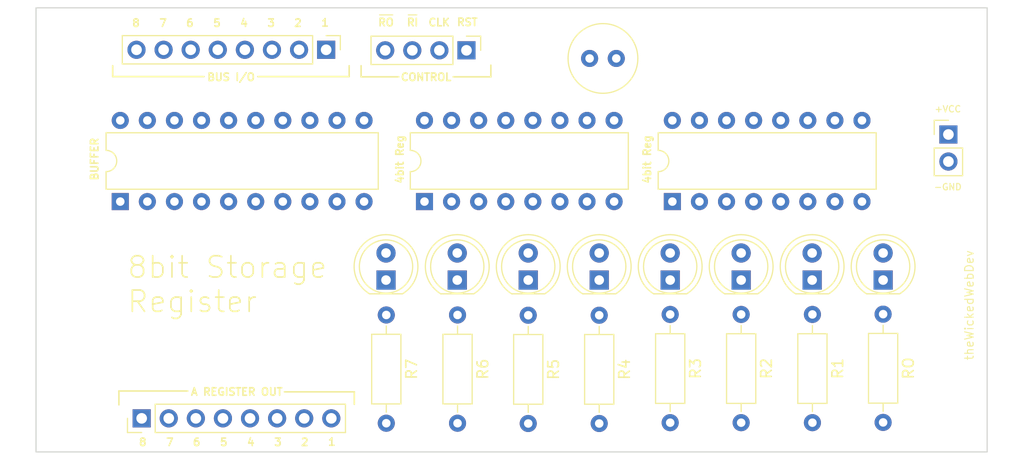
<source format=kicad_pcb>
(kicad_pcb (version 20171130) (host pcbnew "(5.1.9-0-10_14)")

  (general
    (thickness 1.6)
    (drawings 48)
    (tracks 0)
    (zones 0)
    (modules 28)
    (nets 31)
  )

  (page A4)
  (layers
    (0 F.Cu signal)
    (31 B.Cu signal)
    (32 B.Adhes user)
    (33 F.Adhes user)
    (34 B.Paste user)
    (35 F.Paste user)
    (36 B.SilkS user)
    (37 F.SilkS user)
    (38 B.Mask user)
    (39 F.Mask user)
    (40 Dwgs.User user)
    (41 Cmts.User user)
    (42 Eco1.User user)
    (43 Eco2.User user)
    (44 Edge.Cuts user)
    (45 Margin user)
    (46 B.CrtYd user)
    (47 F.CrtYd user)
    (48 B.Fab user)
    (49 F.Fab user)
  )

  (setup
    (last_trace_width 0.25)
    (trace_clearance 0.2)
    (zone_clearance 0.508)
    (zone_45_only no)
    (trace_min 0.2)
    (via_size 0.8)
    (via_drill 0.4)
    (via_min_size 0.4)
    (via_min_drill 0.3)
    (uvia_size 0.3)
    (uvia_drill 0.1)
    (uvias_allowed no)
    (uvia_min_size 0.2)
    (uvia_min_drill 0.1)
    (edge_width 0.1)
    (segment_width 0.2)
    (pcb_text_width 0.3)
    (pcb_text_size 1.5 1.5)
    (mod_edge_width 0.15)
    (mod_text_size 1 1)
    (mod_text_width 0.15)
    (pad_size 1.524 1.524)
    (pad_drill 0.762)
    (pad_to_mask_clearance 0)
    (aux_axis_origin 0 0)
    (visible_elements FFFFFF7F)
    (pcbplotparams
      (layerselection 0x010fc_ffffffff)
      (usegerberextensions false)
      (usegerberattributes true)
      (usegerberadvancedattributes true)
      (creategerberjobfile true)
      (excludeedgelayer true)
      (linewidth 0.100000)
      (plotframeref false)
      (viasonmask false)
      (mode 1)
      (useauxorigin false)
      (hpglpennumber 1)
      (hpglpenspeed 20)
      (hpglpendiameter 15.000000)
      (psnegative false)
      (psa4output false)
      (plotreference true)
      (plotvalue true)
      (plotinvisibletext false)
      (padsonsilk false)
      (subtractmaskfromsilk false)
      (outputformat 1)
      (mirror false)
      (drillshape 1)
      (scaleselection 1)
      (outputdirectory ""))
  )

  (net 0 "")
  (net 1 GND)
  (net 2 "Net-(D33-Pad2)")
  (net 3 "Net-(D33-Pad1)")
  (net 4 "Net-(D34-Pad2)")
  (net 5 "Net-(D34-Pad1)")
  (net 6 "Net-(D35-Pad2)")
  (net 7 "Net-(D35-Pad1)")
  (net 8 "Net-(D36-Pad2)")
  (net 9 "Net-(D36-Pad1)")
  (net 10 "Net-(D37-Pad2)")
  (net 11 "Net-(D37-Pad1)")
  (net 12 "Net-(D38-Pad2)")
  (net 13 "Net-(D38-Pad1)")
  (net 14 "Net-(D39-Pad2)")
  (net 15 "Net-(D39-Pad1)")
  (net 16 "Net-(D40-Pad2)")
  (net 17 "Net-(D40-Pad1)")
  (net 18 VCC)
  (net 19 /CLOCK)
  (net 20 /RST)
  (net 21 /REGISTER_IN)
  (net 22 /REGISTER_OUT)
  (net 23 /1)
  (net 24 /2)
  (net 25 /3)
  (net 26 /4)
  (net 27 /5)
  (net 28 /6)
  (net 29 /7)
  (net 30 /8)

  (net_class Default "This is the default net class."
    (clearance 0.2)
    (trace_width 0.25)
    (via_dia 0.8)
    (via_drill 0.4)
    (uvia_dia 0.3)
    (uvia_drill 0.1)
    (add_net /1)
    (add_net /2)
    (add_net /3)
    (add_net /4)
    (add_net /5)
    (add_net /6)
    (add_net /7)
    (add_net /8)
    (add_net /CLOCK)
    (add_net /REGISTER_IN)
    (add_net /REGISTER_OUT)
    (add_net /RST)
    (add_net GND)
    (add_net "Net-(D33-Pad1)")
    (add_net "Net-(D33-Pad2)")
    (add_net "Net-(D34-Pad1)")
    (add_net "Net-(D34-Pad2)")
    (add_net "Net-(D35-Pad1)")
    (add_net "Net-(D35-Pad2)")
    (add_net "Net-(D36-Pad1)")
    (add_net "Net-(D36-Pad2)")
    (add_net "Net-(D37-Pad1)")
    (add_net "Net-(D37-Pad2)")
    (add_net "Net-(D38-Pad1)")
    (add_net "Net-(D38-Pad2)")
    (add_net "Net-(D39-Pad1)")
    (add_net "Net-(D39-Pad2)")
    (add_net "Net-(D40-Pad1)")
    (add_net "Net-(D40-Pad2)")
    (add_net VCC)
  )

  (module MountingHole:MountingHole_3mm (layer F.Cu) (tedit 56D1B4CB) (tstamp 6082F67D)
    (at 120.7008 52.6034)
    (descr "Mounting Hole 3mm, no annular")
    (tags "mounting hole 3mm no annular")
    (attr virtual)
    (fp_text reference REF** (at 0 -4) (layer F.SilkS) hide
      (effects (font (size 1 1) (thickness 0.15)))
    )
    (fp_text value MountingHole_3mm (at 0 4) (layer F.Fab)
      (effects (font (size 1 1) (thickness 0.15)))
    )
    (fp_circle (center 0 0) (end 3.25 0) (layer F.CrtYd) (width 0.05))
    (fp_circle (center 0 0) (end 3 0) (layer Cmts.User) (width 0.15))
    (fp_text user %R (at 0.3 0) (layer F.Fab)
      (effects (font (size 1 1) (thickness 0.15)))
    )
    (pad 1 np_thru_hole circle (at 0 0) (size 3 3) (drill 3) (layers *.Cu *.Mask))
  )

  (module MountingHole:MountingHole_3mm (layer F.Cu) (tedit 56D1B4CB) (tstamp 6082F66F)
    (at 120.65 18.9484)
    (descr "Mounting Hole 3mm, no annular")
    (tags "mounting hole 3mm no annular")
    (attr virtual)
    (fp_text reference REF** (at 0 -4) (layer F.SilkS) hide
      (effects (font (size 1 1) (thickness 0.15)))
    )
    (fp_text value MountingHole_3mm (at 0 4) (layer F.Fab)
      (effects (font (size 1 1) (thickness 0.15)))
    )
    (fp_text user %R (at 0.3 0) (layer F.Fab)
      (effects (font (size 1 1) (thickness 0.15)))
    )
    (fp_circle (center 0 0) (end 3 0) (layer Cmts.User) (width 0.15))
    (fp_circle (center 0 0) (end 3.25 0) (layer F.CrtYd) (width 0.05))
    (pad 1 np_thru_hole circle (at 0 0) (size 3 3) (drill 3) (layers *.Cu *.Mask))
  )

  (module MountingHole:MountingHole_3mm (layer F.Cu) (tedit 56D1B4CB) (tstamp 6082F661)
    (at 39.37 52.3748)
    (descr "Mounting Hole 3mm, no annular")
    (tags "mounting hole 3mm no annular")
    (attr virtual)
    (fp_text reference REF** (at 0 -4) (layer F.SilkS) hide
      (effects (font (size 1 1) (thickness 0.15)))
    )
    (fp_text value MountingHole_3mm (at 0 4) (layer F.Fab)
      (effects (font (size 1 1) (thickness 0.15)))
    )
    (fp_circle (center 0 0) (end 3.25 0) (layer F.CrtYd) (width 0.05))
    (fp_circle (center 0 0) (end 3 0) (layer Cmts.User) (width 0.15))
    (fp_text user %R (at 0.3 0) (layer F.Fab)
      (effects (font (size 1 1) (thickness 0.15)))
    )
    (pad 1 np_thru_hole circle (at 0 0) (size 3 3) (drill 3) (layers *.Cu *.Mask))
  )

  (module MountingHole:MountingHole_3mm (layer F.Cu) (tedit 56D1B4CB) (tstamp 6082F649)
    (at 39.3446 18.7198)
    (descr "Mounting Hole 3mm, no annular")
    (tags "mounting hole 3mm no annular")
    (attr virtual)
    (fp_text reference REF** (at 0 -4) (layer F.SilkS) hide
      (effects (font (size 1 1) (thickness 0.15)))
    )
    (fp_text value MountingHole_3mm (at 0 4) (layer F.Fab)
      (effects (font (size 1 1) (thickness 0.15)))
    )
    (fp_text user %R (at 0.3 0) (layer F.Fab)
      (effects (font (size 1 1) (thickness 0.15)))
    )
    (fp_circle (center 0 0) (end 3 0) (layer Cmts.User) (width 0.15))
    (fp_circle (center 0 0) (end 3.25 0) (layer F.CrtYd) (width 0.05))
    (pad 1 np_thru_hole circle (at 0 0) (size 3 3) (drill 3) (layers *.Cu *.Mask))
  )

  (module Package_DIP:DIP-16_W7.62mm (layer F.Cu) (tedit 5A02E8C5) (tstamp 60825EBE)
    (at 95.0468 33.0454 90)
    (descr "16-lead though-hole mounted DIP package, row spacing 7.62 mm (300 mils)")
    (tags "THT DIP DIL PDIP 2.54mm 7.62mm 300mil")
    (path /60F41B1F)
    (fp_text reference U21 (at 3.81 -2.33 90) (layer F.SilkS) hide
      (effects (font (size 1 1) (thickness 0.15)))
    )
    (fp_text value 74LS173 (at 3.81 20.11 90) (layer F.Fab) hide
      (effects (font (size 1 1) (thickness 0.15)))
    )
    (fp_text user %R (at 3.81 8.89 90) (layer F.Fab)
      (effects (font (size 1 1) (thickness 0.15)))
    )
    (fp_arc (start 3.81 -1.33) (end 2.81 -1.33) (angle -180) (layer F.SilkS) (width 0.12))
    (fp_line (start 1.635 -1.27) (end 6.985 -1.27) (layer F.Fab) (width 0.1))
    (fp_line (start 6.985 -1.27) (end 6.985 19.05) (layer F.Fab) (width 0.1))
    (fp_line (start 6.985 19.05) (end 0.635 19.05) (layer F.Fab) (width 0.1))
    (fp_line (start 0.635 19.05) (end 0.635 -0.27) (layer F.Fab) (width 0.1))
    (fp_line (start 0.635 -0.27) (end 1.635 -1.27) (layer F.Fab) (width 0.1))
    (fp_line (start 2.81 -1.33) (end 1.16 -1.33) (layer F.SilkS) (width 0.12))
    (fp_line (start 1.16 -1.33) (end 1.16 19.11) (layer F.SilkS) (width 0.12))
    (fp_line (start 1.16 19.11) (end 6.46 19.11) (layer F.SilkS) (width 0.12))
    (fp_line (start 6.46 19.11) (end 6.46 -1.33) (layer F.SilkS) (width 0.12))
    (fp_line (start 6.46 -1.33) (end 4.81 -1.33) (layer F.SilkS) (width 0.12))
    (fp_line (start -1.1 -1.55) (end -1.1 19.3) (layer F.CrtYd) (width 0.05))
    (fp_line (start -1.1 19.3) (end 8.7 19.3) (layer F.CrtYd) (width 0.05))
    (fp_line (start 8.7 19.3) (end 8.7 -1.55) (layer F.CrtYd) (width 0.05))
    (fp_line (start 8.7 -1.55) (end -1.1 -1.55) (layer F.CrtYd) (width 0.05))
    (pad 16 thru_hole oval (at 7.62 0 90) (size 1.6 1.6) (drill 0.8) (layers *.Cu *.Mask)
      (net 18 VCC))
    (pad 8 thru_hole oval (at 0 17.78 90) (size 1.6 1.6) (drill 0.8) (layers *.Cu *.Mask)
      (net 1 GND))
    (pad 15 thru_hole oval (at 7.62 2.54 90) (size 1.6 1.6) (drill 0.8) (layers *.Cu *.Mask)
      (net 20 /RST))
    (pad 7 thru_hole oval (at 0 15.24 90) (size 1.6 1.6) (drill 0.8) (layers *.Cu *.Mask)
      (net 19 /CLOCK))
    (pad 14 thru_hole oval (at 7.62 5.08 90) (size 1.6 1.6) (drill 0.8) (layers *.Cu *.Mask)
      (net 16 "Net-(D40-Pad2)"))
    (pad 6 thru_hole oval (at 0 12.7 90) (size 1.6 1.6) (drill 0.8) (layers *.Cu *.Mask)
      (net 10 "Net-(D37-Pad2)"))
    (pad 13 thru_hole oval (at 7.62 7.62 90) (size 1.6 1.6) (drill 0.8) (layers *.Cu *.Mask)
      (net 14 "Net-(D39-Pad2)"))
    (pad 5 thru_hole oval (at 0 10.16 90) (size 1.6 1.6) (drill 0.8) (layers *.Cu *.Mask)
      (net 12 "Net-(D38-Pad2)"))
    (pad 12 thru_hole oval (at 7.62 10.16 90) (size 1.6 1.6) (drill 0.8) (layers *.Cu *.Mask)
      (net 12 "Net-(D38-Pad2)"))
    (pad 4 thru_hole oval (at 0 7.62 90) (size 1.6 1.6) (drill 0.8) (layers *.Cu *.Mask)
      (net 14 "Net-(D39-Pad2)"))
    (pad 11 thru_hole oval (at 7.62 12.7 90) (size 1.6 1.6) (drill 0.8) (layers *.Cu *.Mask)
      (net 10 "Net-(D37-Pad2)"))
    (pad 3 thru_hole oval (at 0 5.08 90) (size 1.6 1.6) (drill 0.8) (layers *.Cu *.Mask)
      (net 16 "Net-(D40-Pad2)"))
    (pad 10 thru_hole oval (at 7.62 15.24 90) (size 1.6 1.6) (drill 0.8) (layers *.Cu *.Mask)
      (net 21 /REGISTER_IN))
    (pad 2 thru_hole oval (at 0 2.54 90) (size 1.6 1.6) (drill 0.8) (layers *.Cu *.Mask)
      (net 1 GND))
    (pad 9 thru_hole oval (at 7.62 17.78 90) (size 1.6 1.6) (drill 0.8) (layers *.Cu *.Mask)
      (net 21 /REGISTER_IN))
    (pad 1 thru_hole rect (at 0 0 90) (size 1.6 1.6) (drill 0.8) (layers *.Cu *.Mask)
      (net 1 GND))
    (model ${KISYS3DMOD}/Package_DIP.3dshapes/DIP-16_W7.62mm.wrl
      (at (xyz 0 0 0))
      (scale (xyz 1 1 1))
      (rotate (xyz 0 0 0))
    )
  )

  (module Package_DIP:DIP-20_W7.62mm (layer F.Cu) (tedit 5A02E8C5) (tstamp 60825E9A)
    (at 43.2816 33.0454 90)
    (descr "20-lead though-hole mounted DIP package, row spacing 7.62 mm (300 mils)")
    (tags "THT DIP DIL PDIP 2.54mm 7.62mm 300mil")
    (path /60F3E25B)
    (fp_text reference U20 (at 3.81 -2.33 90) (layer F.SilkS) hide
      (effects (font (size 1 1) (thickness 0.15)))
    )
    (fp_text value 74LS245 (at 3.81 25.19 90) (layer F.Fab)
      (effects (font (size 1 1) (thickness 0.15)))
    )
    (fp_text user %R (at 3.81 11.43 90) (layer F.Fab)
      (effects (font (size 1 1) (thickness 0.15)))
    )
    (fp_arc (start 3.81 -1.33) (end 2.81 -1.33) (angle -180) (layer F.SilkS) (width 0.12))
    (fp_line (start 1.635 -1.27) (end 6.985 -1.27) (layer F.Fab) (width 0.1))
    (fp_line (start 6.985 -1.27) (end 6.985 24.13) (layer F.Fab) (width 0.1))
    (fp_line (start 6.985 24.13) (end 0.635 24.13) (layer F.Fab) (width 0.1))
    (fp_line (start 0.635 24.13) (end 0.635 -0.27) (layer F.Fab) (width 0.1))
    (fp_line (start 0.635 -0.27) (end 1.635 -1.27) (layer F.Fab) (width 0.1))
    (fp_line (start 2.81 -1.33) (end 1.16 -1.33) (layer F.SilkS) (width 0.12))
    (fp_line (start 1.16 -1.33) (end 1.16 24.19) (layer F.SilkS) (width 0.12))
    (fp_line (start 1.16 24.19) (end 6.46 24.19) (layer F.SilkS) (width 0.12))
    (fp_line (start 6.46 24.19) (end 6.46 -1.33) (layer F.SilkS) (width 0.12))
    (fp_line (start 6.46 -1.33) (end 4.81 -1.33) (layer F.SilkS) (width 0.12))
    (fp_line (start -1.1 -1.55) (end -1.1 24.4) (layer F.CrtYd) (width 0.05))
    (fp_line (start -1.1 24.4) (end 8.7 24.4) (layer F.CrtYd) (width 0.05))
    (fp_line (start 8.7 24.4) (end 8.7 -1.55) (layer F.CrtYd) (width 0.05))
    (fp_line (start 8.7 -1.55) (end -1.1 -1.55) (layer F.CrtYd) (width 0.05))
    (pad 20 thru_hole oval (at 7.62 0 90) (size 1.6 1.6) (drill 0.8) (layers *.Cu *.Mask)
      (net 18 VCC))
    (pad 10 thru_hole oval (at 0 22.86 90) (size 1.6 1.6) (drill 0.8) (layers *.Cu *.Mask)
      (net 1 GND))
    (pad 19 thru_hole oval (at 7.62 2.54 90) (size 1.6 1.6) (drill 0.8) (layers *.Cu *.Mask)
      (net 22 /REGISTER_OUT))
    (pad 9 thru_hole oval (at 0 20.32 90) (size 1.6 1.6) (drill 0.8) (layers *.Cu *.Mask)
      (net 23 /1))
    (pad 18 thru_hole oval (at 7.62 5.08 90) (size 1.6 1.6) (drill 0.8) (layers *.Cu *.Mask)
      (net 2 "Net-(D33-Pad2)"))
    (pad 8 thru_hole oval (at 0 17.78 90) (size 1.6 1.6) (drill 0.8) (layers *.Cu *.Mask)
      (net 24 /2))
    (pad 17 thru_hole oval (at 7.62 7.62 90) (size 1.6 1.6) (drill 0.8) (layers *.Cu *.Mask)
      (net 4 "Net-(D34-Pad2)"))
    (pad 7 thru_hole oval (at 0 15.24 90) (size 1.6 1.6) (drill 0.8) (layers *.Cu *.Mask)
      (net 25 /3))
    (pad 16 thru_hole oval (at 7.62 10.16 90) (size 1.6 1.6) (drill 0.8) (layers *.Cu *.Mask)
      (net 6 "Net-(D35-Pad2)"))
    (pad 6 thru_hole oval (at 0 12.7 90) (size 1.6 1.6) (drill 0.8) (layers *.Cu *.Mask)
      (net 26 /4))
    (pad 15 thru_hole oval (at 7.62 12.7 90) (size 1.6 1.6) (drill 0.8) (layers *.Cu *.Mask)
      (net 8 "Net-(D36-Pad2)"))
    (pad 5 thru_hole oval (at 0 10.16 90) (size 1.6 1.6) (drill 0.8) (layers *.Cu *.Mask)
      (net 27 /5))
    (pad 14 thru_hole oval (at 7.62 15.24 90) (size 1.6 1.6) (drill 0.8) (layers *.Cu *.Mask)
      (net 10 "Net-(D37-Pad2)"))
    (pad 4 thru_hole oval (at 0 7.62 90) (size 1.6 1.6) (drill 0.8) (layers *.Cu *.Mask)
      (net 28 /6))
    (pad 13 thru_hole oval (at 7.62 17.78 90) (size 1.6 1.6) (drill 0.8) (layers *.Cu *.Mask)
      (net 12 "Net-(D38-Pad2)"))
    (pad 3 thru_hole oval (at 0 5.08 90) (size 1.6 1.6) (drill 0.8) (layers *.Cu *.Mask)
      (net 29 /7))
    (pad 12 thru_hole oval (at 7.62 20.32 90) (size 1.6 1.6) (drill 0.8) (layers *.Cu *.Mask)
      (net 14 "Net-(D39-Pad2)"))
    (pad 2 thru_hole oval (at 0 2.54 90) (size 1.6 1.6) (drill 0.8) (layers *.Cu *.Mask)
      (net 30 /8))
    (pad 11 thru_hole oval (at 7.62 22.86 90) (size 1.6 1.6) (drill 0.8) (layers *.Cu *.Mask)
      (net 16 "Net-(D40-Pad2)"))
    (pad 1 thru_hole rect (at 0 0 90) (size 1.6 1.6) (drill 0.8) (layers *.Cu *.Mask)
      (net 18 VCC))
    (model ${KISYS3DMOD}/Package_DIP.3dshapes/DIP-20_W7.62mm.wrl
      (at (xyz 0 0 0))
      (scale (xyz 1 1 1))
      (rotate (xyz 0 0 0))
    )
  )

  (module Package_DIP:DIP-16_W7.62mm (layer F.Cu) (tedit 5A02E8C5) (tstamp 60825E72)
    (at 71.8058 33.0454 90)
    (descr "16-lead though-hole mounted DIP package, row spacing 7.62 mm (300 mils)")
    (tags "THT DIP DIL PDIP 2.54mm 7.62mm 300mil")
    (path /60F5535D)
    (fp_text reference U19 (at 3.81 -2.33 90) (layer F.SilkS) hide
      (effects (font (size 1 1) (thickness 0.15)))
    )
    (fp_text value 74LS173 (at 3.81 20.11 90) (layer F.Fab)
      (effects (font (size 1 1) (thickness 0.15)))
    )
    (fp_text user %R (at 3.81 8.89 90) (layer F.Fab)
      (effects (font (size 1 1) (thickness 0.15)))
    )
    (fp_arc (start 3.81 -1.33) (end 2.81 -1.33) (angle -180) (layer F.SilkS) (width 0.12))
    (fp_line (start 1.635 -1.27) (end 6.985 -1.27) (layer F.Fab) (width 0.1))
    (fp_line (start 6.985 -1.27) (end 6.985 19.05) (layer F.Fab) (width 0.1))
    (fp_line (start 6.985 19.05) (end 0.635 19.05) (layer F.Fab) (width 0.1))
    (fp_line (start 0.635 19.05) (end 0.635 -0.27) (layer F.Fab) (width 0.1))
    (fp_line (start 0.635 -0.27) (end 1.635 -1.27) (layer F.Fab) (width 0.1))
    (fp_line (start 2.81 -1.33) (end 1.16 -1.33) (layer F.SilkS) (width 0.12))
    (fp_line (start 1.16 -1.33) (end 1.16 19.11) (layer F.SilkS) (width 0.12))
    (fp_line (start 1.16 19.11) (end 6.46 19.11) (layer F.SilkS) (width 0.12))
    (fp_line (start 6.46 19.11) (end 6.46 -1.33) (layer F.SilkS) (width 0.12))
    (fp_line (start 6.46 -1.33) (end 4.81 -1.33) (layer F.SilkS) (width 0.12))
    (fp_line (start -1.1 -1.55) (end -1.1 19.3) (layer F.CrtYd) (width 0.05))
    (fp_line (start -1.1 19.3) (end 8.7 19.3) (layer F.CrtYd) (width 0.05))
    (fp_line (start 8.7 19.3) (end 8.7 -1.55) (layer F.CrtYd) (width 0.05))
    (fp_line (start 8.7 -1.55) (end -1.1 -1.55) (layer F.CrtYd) (width 0.05))
    (pad 16 thru_hole oval (at 7.62 0 90) (size 1.6 1.6) (drill 0.8) (layers *.Cu *.Mask)
      (net 18 VCC))
    (pad 8 thru_hole oval (at 0 17.78 90) (size 1.6 1.6) (drill 0.8) (layers *.Cu *.Mask)
      (net 1 GND))
    (pad 15 thru_hole oval (at 7.62 2.54 90) (size 1.6 1.6) (drill 0.8) (layers *.Cu *.Mask)
      (net 20 /RST))
    (pad 7 thru_hole oval (at 0 15.24 90) (size 1.6 1.6) (drill 0.8) (layers *.Cu *.Mask)
      (net 19 /CLOCK))
    (pad 14 thru_hole oval (at 7.62 5.08 90) (size 1.6 1.6) (drill 0.8) (layers *.Cu *.Mask)
      (net 8 "Net-(D36-Pad2)"))
    (pad 6 thru_hole oval (at 0 12.7 90) (size 1.6 1.6) (drill 0.8) (layers *.Cu *.Mask)
      (net 2 "Net-(D33-Pad2)"))
    (pad 13 thru_hole oval (at 7.62 7.62 90) (size 1.6 1.6) (drill 0.8) (layers *.Cu *.Mask)
      (net 6 "Net-(D35-Pad2)"))
    (pad 5 thru_hole oval (at 0 10.16 90) (size 1.6 1.6) (drill 0.8) (layers *.Cu *.Mask)
      (net 4 "Net-(D34-Pad2)"))
    (pad 12 thru_hole oval (at 7.62 10.16 90) (size 1.6 1.6) (drill 0.8) (layers *.Cu *.Mask)
      (net 4 "Net-(D34-Pad2)"))
    (pad 4 thru_hole oval (at 0 7.62 90) (size 1.6 1.6) (drill 0.8) (layers *.Cu *.Mask)
      (net 6 "Net-(D35-Pad2)"))
    (pad 11 thru_hole oval (at 7.62 12.7 90) (size 1.6 1.6) (drill 0.8) (layers *.Cu *.Mask)
      (net 2 "Net-(D33-Pad2)"))
    (pad 3 thru_hole oval (at 0 5.08 90) (size 1.6 1.6) (drill 0.8) (layers *.Cu *.Mask)
      (net 8 "Net-(D36-Pad2)"))
    (pad 10 thru_hole oval (at 7.62 15.24 90) (size 1.6 1.6) (drill 0.8) (layers *.Cu *.Mask)
      (net 21 /REGISTER_IN))
    (pad 2 thru_hole oval (at 0 2.54 90) (size 1.6 1.6) (drill 0.8) (layers *.Cu *.Mask)
      (net 1 GND))
    (pad 9 thru_hole oval (at 7.62 17.78 90) (size 1.6 1.6) (drill 0.8) (layers *.Cu *.Mask)
      (net 21 /REGISTER_IN))
    (pad 1 thru_hole rect (at 0 0 90) (size 1.6 1.6) (drill 0.8) (layers *.Cu *.Mask)
      (net 1 GND))
    (model ${KISYS3DMOD}/Package_DIP.3dshapes/DIP-16_W7.62mm.wrl
      (at (xyz 0 0 0))
      (scale (xyz 1 1 1))
      (rotate (xyz 0 0 0))
    )
  )

  (module Resistor_THT:R_Axial_DIN0207_L6.3mm_D2.5mm_P10.16mm_Horizontal (layer F.Cu) (tedit 5AE5139B) (tstamp 60825E4E)
    (at 94.8436 43.6372 270)
    (descr "Resistor, Axial_DIN0207 series, Axial, Horizontal, pin pitch=10.16mm, 0.25W = 1/4W, length*diameter=6.3*2.5mm^2, http://cdn-reichelt.de/documents/datenblatt/B400/1_4W%23YAG.pdf")
    (tags "Resistor Axial_DIN0207 series Axial Horizontal pin pitch 10.16mm 0.25W = 1/4W length 6.3mm diameter 2.5mm")
    (path /6123320B)
    (fp_text reference R3 (at 5.08 -2.37 90) (layer F.SilkS)
      (effects (font (size 1 1) (thickness 0.15)))
    )
    (fp_text value R_US (at 5.08 2.37 90) (layer F.Fab)
      (effects (font (size 1 1) (thickness 0.15)))
    )
    (fp_text user %R (at 5.08 0 90) (layer F.Fab)
      (effects (font (size 1 1) (thickness 0.15)))
    )
    (fp_line (start 1.93 -1.25) (end 1.93 1.25) (layer F.Fab) (width 0.1))
    (fp_line (start 1.93 1.25) (end 8.23 1.25) (layer F.Fab) (width 0.1))
    (fp_line (start 8.23 1.25) (end 8.23 -1.25) (layer F.Fab) (width 0.1))
    (fp_line (start 8.23 -1.25) (end 1.93 -1.25) (layer F.Fab) (width 0.1))
    (fp_line (start 0 0) (end 1.93 0) (layer F.Fab) (width 0.1))
    (fp_line (start 10.16 0) (end 8.23 0) (layer F.Fab) (width 0.1))
    (fp_line (start 1.81 -1.37) (end 1.81 1.37) (layer F.SilkS) (width 0.12))
    (fp_line (start 1.81 1.37) (end 8.35 1.37) (layer F.SilkS) (width 0.12))
    (fp_line (start 8.35 1.37) (end 8.35 -1.37) (layer F.SilkS) (width 0.12))
    (fp_line (start 8.35 -1.37) (end 1.81 -1.37) (layer F.SilkS) (width 0.12))
    (fp_line (start 1.04 0) (end 1.81 0) (layer F.SilkS) (width 0.12))
    (fp_line (start 9.12 0) (end 8.35 0) (layer F.SilkS) (width 0.12))
    (fp_line (start -1.05 -1.5) (end -1.05 1.5) (layer F.CrtYd) (width 0.05))
    (fp_line (start -1.05 1.5) (end 11.21 1.5) (layer F.CrtYd) (width 0.05))
    (fp_line (start 11.21 1.5) (end 11.21 -1.5) (layer F.CrtYd) (width 0.05))
    (fp_line (start 11.21 -1.5) (end -1.05 -1.5) (layer F.CrtYd) (width 0.05))
    (pad 2 thru_hole oval (at 10.16 0 270) (size 1.6 1.6) (drill 0.8) (layers *.Cu *.Mask)
      (net 1 GND))
    (pad 1 thru_hole circle (at 0 0 270) (size 1.6 1.6) (drill 0.8) (layers *.Cu *.Mask)
      (net 17 "Net-(D40-Pad1)"))
    (model ${KISYS3DMOD}/Resistor_THT.3dshapes/R_Axial_DIN0207_L6.3mm_D2.5mm_P10.16mm_Horizontal.wrl
      (at (xyz 0 0 0))
      (scale (xyz 1 1 1))
      (rotate (xyz 0 0 0))
    )
  )

  (module Resistor_THT:R_Axial_DIN0207_L6.3mm_D2.5mm_P10.16mm_Horizontal (layer F.Cu) (tedit 5AE5139B) (tstamp 60825E37)
    (at 101.4984 43.6372 270)
    (descr "Resistor, Axial_DIN0207 series, Axial, Horizontal, pin pitch=10.16mm, 0.25W = 1/4W, length*diameter=6.3*2.5mm^2, http://cdn-reichelt.de/documents/datenblatt/B400/1_4W%23YAG.pdf")
    (tags "Resistor Axial_DIN0207 series Axial Horizontal pin pitch 10.16mm 0.25W = 1/4W length 6.3mm diameter 2.5mm")
    (path /612331F8)
    (fp_text reference R2 (at 5.08 -2.37 90) (layer F.SilkS)
      (effects (font (size 1 1) (thickness 0.15)))
    )
    (fp_text value R_US (at 5.08 2.37 90) (layer F.Fab)
      (effects (font (size 1 1) (thickness 0.15)))
    )
    (fp_text user %R (at 5.08 0 90) (layer F.Fab)
      (effects (font (size 1 1) (thickness 0.15)))
    )
    (fp_line (start 1.93 -1.25) (end 1.93 1.25) (layer F.Fab) (width 0.1))
    (fp_line (start 1.93 1.25) (end 8.23 1.25) (layer F.Fab) (width 0.1))
    (fp_line (start 8.23 1.25) (end 8.23 -1.25) (layer F.Fab) (width 0.1))
    (fp_line (start 8.23 -1.25) (end 1.93 -1.25) (layer F.Fab) (width 0.1))
    (fp_line (start 0 0) (end 1.93 0) (layer F.Fab) (width 0.1))
    (fp_line (start 10.16 0) (end 8.23 0) (layer F.Fab) (width 0.1))
    (fp_line (start 1.81 -1.37) (end 1.81 1.37) (layer F.SilkS) (width 0.12))
    (fp_line (start 1.81 1.37) (end 8.35 1.37) (layer F.SilkS) (width 0.12))
    (fp_line (start 8.35 1.37) (end 8.35 -1.37) (layer F.SilkS) (width 0.12))
    (fp_line (start 8.35 -1.37) (end 1.81 -1.37) (layer F.SilkS) (width 0.12))
    (fp_line (start 1.04 0) (end 1.81 0) (layer F.SilkS) (width 0.12))
    (fp_line (start 9.12 0) (end 8.35 0) (layer F.SilkS) (width 0.12))
    (fp_line (start -1.05 -1.5) (end -1.05 1.5) (layer F.CrtYd) (width 0.05))
    (fp_line (start -1.05 1.5) (end 11.21 1.5) (layer F.CrtYd) (width 0.05))
    (fp_line (start 11.21 1.5) (end 11.21 -1.5) (layer F.CrtYd) (width 0.05))
    (fp_line (start 11.21 -1.5) (end -1.05 -1.5) (layer F.CrtYd) (width 0.05))
    (pad 2 thru_hole oval (at 10.16 0 270) (size 1.6 1.6) (drill 0.8) (layers *.Cu *.Mask)
      (net 1 GND))
    (pad 1 thru_hole circle (at 0 0 270) (size 1.6 1.6) (drill 0.8) (layers *.Cu *.Mask)
      (net 15 "Net-(D39-Pad1)"))
    (model ${KISYS3DMOD}/Resistor_THT.3dshapes/R_Axial_DIN0207_L6.3mm_D2.5mm_P10.16mm_Horizontal.wrl
      (at (xyz 0 0 0))
      (scale (xyz 1 1 1))
      (rotate (xyz 0 0 0))
    )
  )

  (module Resistor_THT:R_Axial_DIN0207_L6.3mm_D2.5mm_P10.16mm_Horizontal (layer F.Cu) (tedit 5AE5139B) (tstamp 60825E20)
    (at 108.1786 43.6372 270)
    (descr "Resistor, Axial_DIN0207 series, Axial, Horizontal, pin pitch=10.16mm, 0.25W = 1/4W, length*diameter=6.3*2.5mm^2, http://cdn-reichelt.de/documents/datenblatt/B400/1_4W%23YAG.pdf")
    (tags "Resistor Axial_DIN0207 series Axial Horizontal pin pitch 10.16mm 0.25W = 1/4W length 6.3mm diameter 2.5mm")
    (path /612331E5)
    (fp_text reference R1 (at 5.08 -2.37 90) (layer F.SilkS)
      (effects (font (size 1 1) (thickness 0.15)))
    )
    (fp_text value R_US (at 5.08 2.37 90) (layer F.Fab)
      (effects (font (size 1 1) (thickness 0.15)))
    )
    (fp_text user %R (at 5.08 0 90) (layer F.Fab)
      (effects (font (size 1 1) (thickness 0.15)))
    )
    (fp_line (start 1.93 -1.25) (end 1.93 1.25) (layer F.Fab) (width 0.1))
    (fp_line (start 1.93 1.25) (end 8.23 1.25) (layer F.Fab) (width 0.1))
    (fp_line (start 8.23 1.25) (end 8.23 -1.25) (layer F.Fab) (width 0.1))
    (fp_line (start 8.23 -1.25) (end 1.93 -1.25) (layer F.Fab) (width 0.1))
    (fp_line (start 0 0) (end 1.93 0) (layer F.Fab) (width 0.1))
    (fp_line (start 10.16 0) (end 8.23 0) (layer F.Fab) (width 0.1))
    (fp_line (start 1.81 -1.37) (end 1.81 1.37) (layer F.SilkS) (width 0.12))
    (fp_line (start 1.81 1.37) (end 8.35 1.37) (layer F.SilkS) (width 0.12))
    (fp_line (start 8.35 1.37) (end 8.35 -1.37) (layer F.SilkS) (width 0.12))
    (fp_line (start 8.35 -1.37) (end 1.81 -1.37) (layer F.SilkS) (width 0.12))
    (fp_line (start 1.04 0) (end 1.81 0) (layer F.SilkS) (width 0.12))
    (fp_line (start 9.12 0) (end 8.35 0) (layer F.SilkS) (width 0.12))
    (fp_line (start -1.05 -1.5) (end -1.05 1.5) (layer F.CrtYd) (width 0.05))
    (fp_line (start -1.05 1.5) (end 11.21 1.5) (layer F.CrtYd) (width 0.05))
    (fp_line (start 11.21 1.5) (end 11.21 -1.5) (layer F.CrtYd) (width 0.05))
    (fp_line (start 11.21 -1.5) (end -1.05 -1.5) (layer F.CrtYd) (width 0.05))
    (pad 2 thru_hole oval (at 10.16 0 270) (size 1.6 1.6) (drill 0.8) (layers *.Cu *.Mask)
      (net 1 GND))
    (pad 1 thru_hole circle (at 0 0 270) (size 1.6 1.6) (drill 0.8) (layers *.Cu *.Mask)
      (net 13 "Net-(D38-Pad1)"))
    (model ${KISYS3DMOD}/Resistor_THT.3dshapes/R_Axial_DIN0207_L6.3mm_D2.5mm_P10.16mm_Horizontal.wrl
      (at (xyz 0 0 0))
      (scale (xyz 1 1 1))
      (rotate (xyz 0 0 0))
    )
  )

  (module Resistor_THT:R_Axial_DIN0207_L6.3mm_D2.5mm_P10.16mm_Horizontal (layer F.Cu) (tedit 5AE5139B) (tstamp 60825E09)
    (at 114.808 43.6118 270)
    (descr "Resistor, Axial_DIN0207 series, Axial, Horizontal, pin pitch=10.16mm, 0.25W = 1/4W, length*diameter=6.3*2.5mm^2, http://cdn-reichelt.de/documents/datenblatt/B400/1_4W%23YAG.pdf")
    (tags "Resistor Axial_DIN0207 series Axial Horizontal pin pitch 10.16mm 0.25W = 1/4W length 6.3mm diameter 2.5mm")
    (path /612331D2)
    (fp_text reference RO (at 5.08 -2.37 90) (layer F.SilkS)
      (effects (font (size 1 1) (thickness 0.15)))
    )
    (fp_text value R_US (at 5.08 2.37 90) (layer F.Fab)
      (effects (font (size 1 1) (thickness 0.15)))
    )
    (fp_text user %R (at 5.08 0 90) (layer F.Fab)
      (effects (font (size 1 1) (thickness 0.15)))
    )
    (fp_line (start 1.93 -1.25) (end 1.93 1.25) (layer F.Fab) (width 0.1))
    (fp_line (start 1.93 1.25) (end 8.23 1.25) (layer F.Fab) (width 0.1))
    (fp_line (start 8.23 1.25) (end 8.23 -1.25) (layer F.Fab) (width 0.1))
    (fp_line (start 8.23 -1.25) (end 1.93 -1.25) (layer F.Fab) (width 0.1))
    (fp_line (start 0 0) (end 1.93 0) (layer F.Fab) (width 0.1))
    (fp_line (start 10.16 0) (end 8.23 0) (layer F.Fab) (width 0.1))
    (fp_line (start 1.81 -1.37) (end 1.81 1.37) (layer F.SilkS) (width 0.12))
    (fp_line (start 1.81 1.37) (end 8.35 1.37) (layer F.SilkS) (width 0.12))
    (fp_line (start 8.35 1.37) (end 8.35 -1.37) (layer F.SilkS) (width 0.12))
    (fp_line (start 8.35 -1.37) (end 1.81 -1.37) (layer F.SilkS) (width 0.12))
    (fp_line (start 1.04 0) (end 1.81 0) (layer F.SilkS) (width 0.12))
    (fp_line (start 9.12 0) (end 8.35 0) (layer F.SilkS) (width 0.12))
    (fp_line (start -1.05 -1.5) (end -1.05 1.5) (layer F.CrtYd) (width 0.05))
    (fp_line (start -1.05 1.5) (end 11.21 1.5) (layer F.CrtYd) (width 0.05))
    (fp_line (start 11.21 1.5) (end 11.21 -1.5) (layer F.CrtYd) (width 0.05))
    (fp_line (start 11.21 -1.5) (end -1.05 -1.5) (layer F.CrtYd) (width 0.05))
    (pad 2 thru_hole oval (at 10.16 0 270) (size 1.6 1.6) (drill 0.8) (layers *.Cu *.Mask)
      (net 1 GND))
    (pad 1 thru_hole circle (at 0 0 270) (size 1.6 1.6) (drill 0.8) (layers *.Cu *.Mask)
      (net 11 "Net-(D37-Pad1)"))
    (model ${KISYS3DMOD}/Resistor_THT.3dshapes/R_Axial_DIN0207_L6.3mm_D2.5mm_P10.16mm_Horizontal.wrl
      (at (xyz 0 0 0))
      (scale (xyz 1 1 1))
      (rotate (xyz 0 0 0))
    )
  )

  (module Resistor_THT:R_Axial_DIN0207_L6.3mm_D2.5mm_P10.16mm_Horizontal (layer F.Cu) (tedit 5AE5139B) (tstamp 60825DF2)
    (at 68.2244 43.688 270)
    (descr "Resistor, Axial_DIN0207 series, Axial, Horizontal, pin pitch=10.16mm, 0.25W = 1/4W, length*diameter=6.3*2.5mm^2, http://cdn-reichelt.de/documents/datenblatt/B400/1_4W%23YAG.pdf")
    (tags "Resistor Axial_DIN0207 series Axial Horizontal pin pitch 10.16mm 0.25W = 1/4W length 6.3mm diameter 2.5mm")
    (path /612331BF)
    (fp_text reference R7 (at 5.08 -2.37 90) (layer F.SilkS)
      (effects (font (size 1 1) (thickness 0.15)))
    )
    (fp_text value R_US (at 5.08 2.37 90) (layer F.Fab)
      (effects (font (size 1 1) (thickness 0.15)))
    )
    (fp_text user %R (at 5.08 0 90) (layer F.Fab)
      (effects (font (size 1 1) (thickness 0.15)))
    )
    (fp_line (start 1.93 -1.25) (end 1.93 1.25) (layer F.Fab) (width 0.1))
    (fp_line (start 1.93 1.25) (end 8.23 1.25) (layer F.Fab) (width 0.1))
    (fp_line (start 8.23 1.25) (end 8.23 -1.25) (layer F.Fab) (width 0.1))
    (fp_line (start 8.23 -1.25) (end 1.93 -1.25) (layer F.Fab) (width 0.1))
    (fp_line (start 0 0) (end 1.93 0) (layer F.Fab) (width 0.1))
    (fp_line (start 10.16 0) (end 8.23 0) (layer F.Fab) (width 0.1))
    (fp_line (start 1.81 -1.37) (end 1.81 1.37) (layer F.SilkS) (width 0.12))
    (fp_line (start 1.81 1.37) (end 8.35 1.37) (layer F.SilkS) (width 0.12))
    (fp_line (start 8.35 1.37) (end 8.35 -1.37) (layer F.SilkS) (width 0.12))
    (fp_line (start 8.35 -1.37) (end 1.81 -1.37) (layer F.SilkS) (width 0.12))
    (fp_line (start 1.04 0) (end 1.81 0) (layer F.SilkS) (width 0.12))
    (fp_line (start 9.12 0) (end 8.35 0) (layer F.SilkS) (width 0.12))
    (fp_line (start -1.05 -1.5) (end -1.05 1.5) (layer F.CrtYd) (width 0.05))
    (fp_line (start -1.05 1.5) (end 11.21 1.5) (layer F.CrtYd) (width 0.05))
    (fp_line (start 11.21 1.5) (end 11.21 -1.5) (layer F.CrtYd) (width 0.05))
    (fp_line (start 11.21 -1.5) (end -1.05 -1.5) (layer F.CrtYd) (width 0.05))
    (pad 2 thru_hole oval (at 10.16 0 270) (size 1.6 1.6) (drill 0.8) (layers *.Cu *.Mask)
      (net 1 GND))
    (pad 1 thru_hole circle (at 0 0 270) (size 1.6 1.6) (drill 0.8) (layers *.Cu *.Mask)
      (net 9 "Net-(D36-Pad1)"))
    (model ${KISYS3DMOD}/Resistor_THT.3dshapes/R_Axial_DIN0207_L6.3mm_D2.5mm_P10.16mm_Horizontal.wrl
      (at (xyz 0 0 0))
      (scale (xyz 1 1 1))
      (rotate (xyz 0 0 0))
    )
  )

  (module Resistor_THT:R_Axial_DIN0207_L6.3mm_D2.5mm_P10.16mm_Horizontal (layer F.Cu) (tedit 5AE5139B) (tstamp 6082954F)
    (at 74.9046 43.688 270)
    (descr "Resistor, Axial_DIN0207 series, Axial, Horizontal, pin pitch=10.16mm, 0.25W = 1/4W, length*diameter=6.3*2.5mm^2, http://cdn-reichelt.de/documents/datenblatt/B400/1_4W%23YAG.pdf")
    (tags "Resistor Axial_DIN0207 series Axial Horizontal pin pitch 10.16mm 0.25W = 1/4W length 6.3mm diameter 2.5mm")
    (path /612331AC)
    (fp_text reference R6 (at 5.08 -2.37 90) (layer F.SilkS)
      (effects (font (size 1 1) (thickness 0.15)))
    )
    (fp_text value R_US (at 5.08 2.37 90) (layer F.Fab)
      (effects (font (size 1 1) (thickness 0.15)))
    )
    (fp_text user %R (at 5.08 0 90) (layer F.Fab)
      (effects (font (size 1 1) (thickness 0.15)))
    )
    (fp_line (start 1.93 -1.25) (end 1.93 1.25) (layer F.Fab) (width 0.1))
    (fp_line (start 1.93 1.25) (end 8.23 1.25) (layer F.Fab) (width 0.1))
    (fp_line (start 8.23 1.25) (end 8.23 -1.25) (layer F.Fab) (width 0.1))
    (fp_line (start 8.23 -1.25) (end 1.93 -1.25) (layer F.Fab) (width 0.1))
    (fp_line (start 0 0) (end 1.93 0) (layer F.Fab) (width 0.1))
    (fp_line (start 10.16 0) (end 8.23 0) (layer F.Fab) (width 0.1))
    (fp_line (start 1.81 -1.37) (end 1.81 1.37) (layer F.SilkS) (width 0.12))
    (fp_line (start 1.81 1.37) (end 8.35 1.37) (layer F.SilkS) (width 0.12))
    (fp_line (start 8.35 1.37) (end 8.35 -1.37) (layer F.SilkS) (width 0.12))
    (fp_line (start 8.35 -1.37) (end 1.81 -1.37) (layer F.SilkS) (width 0.12))
    (fp_line (start 1.04 0) (end 1.81 0) (layer F.SilkS) (width 0.12))
    (fp_line (start 9.12 0) (end 8.35 0) (layer F.SilkS) (width 0.12))
    (fp_line (start -1.05 -1.5) (end -1.05 1.5) (layer F.CrtYd) (width 0.05))
    (fp_line (start -1.05 1.5) (end 11.21 1.5) (layer F.CrtYd) (width 0.05))
    (fp_line (start 11.21 1.5) (end 11.21 -1.5) (layer F.CrtYd) (width 0.05))
    (fp_line (start 11.21 -1.5) (end -1.05 -1.5) (layer F.CrtYd) (width 0.05))
    (pad 2 thru_hole oval (at 10.16 0 270) (size 1.6 1.6) (drill 0.8) (layers *.Cu *.Mask)
      (net 1 GND))
    (pad 1 thru_hole circle (at 0 0 270) (size 1.6 1.6) (drill 0.8) (layers *.Cu *.Mask)
      (net 7 "Net-(D35-Pad1)"))
    (model ${KISYS3DMOD}/Resistor_THT.3dshapes/R_Axial_DIN0207_L6.3mm_D2.5mm_P10.16mm_Horizontal.wrl
      (at (xyz 0 0 0))
      (scale (xyz 1 1 1))
      (rotate (xyz 0 0 0))
    )
  )

  (module Resistor_THT:R_Axial_DIN0207_L6.3mm_D2.5mm_P10.16mm_Horizontal (layer F.Cu) (tedit 5AE5139B) (tstamp 60825DC4)
    (at 81.534 43.7134 270)
    (descr "Resistor, Axial_DIN0207 series, Axial, Horizontal, pin pitch=10.16mm, 0.25W = 1/4W, length*diameter=6.3*2.5mm^2, http://cdn-reichelt.de/documents/datenblatt/B400/1_4W%23YAG.pdf")
    (tags "Resistor Axial_DIN0207 series Axial Horizontal pin pitch 10.16mm 0.25W = 1/4W length 6.3mm diameter 2.5mm")
    (path /61233199)
    (fp_text reference R5 (at 5.08 -2.37 90) (layer F.SilkS)
      (effects (font (size 1 1) (thickness 0.15)))
    )
    (fp_text value R_US (at 5.08 2.37 90) (layer F.Fab)
      (effects (font (size 1 1) (thickness 0.15)))
    )
    (fp_text user %R (at 5.08 0 90) (layer F.Fab)
      (effects (font (size 1 1) (thickness 0.15)))
    )
    (fp_line (start 1.93 -1.25) (end 1.93 1.25) (layer F.Fab) (width 0.1))
    (fp_line (start 1.93 1.25) (end 8.23 1.25) (layer F.Fab) (width 0.1))
    (fp_line (start 8.23 1.25) (end 8.23 -1.25) (layer F.Fab) (width 0.1))
    (fp_line (start 8.23 -1.25) (end 1.93 -1.25) (layer F.Fab) (width 0.1))
    (fp_line (start 0 0) (end 1.93 0) (layer F.Fab) (width 0.1))
    (fp_line (start 10.16 0) (end 8.23 0) (layer F.Fab) (width 0.1))
    (fp_line (start 1.81 -1.37) (end 1.81 1.37) (layer F.SilkS) (width 0.12))
    (fp_line (start 1.81 1.37) (end 8.35 1.37) (layer F.SilkS) (width 0.12))
    (fp_line (start 8.35 1.37) (end 8.35 -1.37) (layer F.SilkS) (width 0.12))
    (fp_line (start 8.35 -1.37) (end 1.81 -1.37) (layer F.SilkS) (width 0.12))
    (fp_line (start 1.04 0) (end 1.81 0) (layer F.SilkS) (width 0.12))
    (fp_line (start 9.12 0) (end 8.35 0) (layer F.SilkS) (width 0.12))
    (fp_line (start -1.05 -1.5) (end -1.05 1.5) (layer F.CrtYd) (width 0.05))
    (fp_line (start -1.05 1.5) (end 11.21 1.5) (layer F.CrtYd) (width 0.05))
    (fp_line (start 11.21 1.5) (end 11.21 -1.5) (layer F.CrtYd) (width 0.05))
    (fp_line (start 11.21 -1.5) (end -1.05 -1.5) (layer F.CrtYd) (width 0.05))
    (pad 2 thru_hole oval (at 10.16 0 270) (size 1.6 1.6) (drill 0.8) (layers *.Cu *.Mask)
      (net 1 GND))
    (pad 1 thru_hole circle (at 0 0 270) (size 1.6 1.6) (drill 0.8) (layers *.Cu *.Mask)
      (net 5 "Net-(D34-Pad1)"))
    (model ${KISYS3DMOD}/Resistor_THT.3dshapes/R_Axial_DIN0207_L6.3mm_D2.5mm_P10.16mm_Horizontal.wrl
      (at (xyz 0 0 0))
      (scale (xyz 1 1 1))
      (rotate (xyz 0 0 0))
    )
  )

  (module Resistor_THT:R_Axial_DIN0207_L6.3mm_D2.5mm_P10.16mm_Horizontal (layer F.Cu) (tedit 5AE5139B) (tstamp 60825DAD)
    (at 88.1888 43.7134 270)
    (descr "Resistor, Axial_DIN0207 series, Axial, Horizontal, pin pitch=10.16mm, 0.25W = 1/4W, length*diameter=6.3*2.5mm^2, http://cdn-reichelt.de/documents/datenblatt/B400/1_4W%23YAG.pdf")
    (tags "Resistor Axial_DIN0207 series Axial Horizontal pin pitch 10.16mm 0.25W = 1/4W length 6.3mm diameter 2.5mm")
    (path /61233186)
    (fp_text reference R4 (at 5.08 -2.37 90) (layer F.SilkS)
      (effects (font (size 1 1) (thickness 0.15)))
    )
    (fp_text value R_US (at 5.08 2.37 90) (layer F.Fab)
      (effects (font (size 1 1) (thickness 0.15)))
    )
    (fp_text user %R (at 5.08 0 90) (layer F.Fab)
      (effects (font (size 1 1) (thickness 0.15)))
    )
    (fp_line (start 1.93 -1.25) (end 1.93 1.25) (layer F.Fab) (width 0.1))
    (fp_line (start 1.93 1.25) (end 8.23 1.25) (layer F.Fab) (width 0.1))
    (fp_line (start 8.23 1.25) (end 8.23 -1.25) (layer F.Fab) (width 0.1))
    (fp_line (start 8.23 -1.25) (end 1.93 -1.25) (layer F.Fab) (width 0.1))
    (fp_line (start 0 0) (end 1.93 0) (layer F.Fab) (width 0.1))
    (fp_line (start 10.16 0) (end 8.23 0) (layer F.Fab) (width 0.1))
    (fp_line (start 1.81 -1.37) (end 1.81 1.37) (layer F.SilkS) (width 0.12))
    (fp_line (start 1.81 1.37) (end 8.35 1.37) (layer F.SilkS) (width 0.12))
    (fp_line (start 8.35 1.37) (end 8.35 -1.37) (layer F.SilkS) (width 0.12))
    (fp_line (start 8.35 -1.37) (end 1.81 -1.37) (layer F.SilkS) (width 0.12))
    (fp_line (start 1.04 0) (end 1.81 0) (layer F.SilkS) (width 0.12))
    (fp_line (start 9.12 0) (end 8.35 0) (layer F.SilkS) (width 0.12))
    (fp_line (start -1.05 -1.5) (end -1.05 1.5) (layer F.CrtYd) (width 0.05))
    (fp_line (start -1.05 1.5) (end 11.21 1.5) (layer F.CrtYd) (width 0.05))
    (fp_line (start 11.21 1.5) (end 11.21 -1.5) (layer F.CrtYd) (width 0.05))
    (fp_line (start 11.21 -1.5) (end -1.05 -1.5) (layer F.CrtYd) (width 0.05))
    (pad 2 thru_hole oval (at 10.16 0 270) (size 1.6 1.6) (drill 0.8) (layers *.Cu *.Mask)
      (net 1 GND))
    (pad 1 thru_hole circle (at 0 0 270) (size 1.6 1.6) (drill 0.8) (layers *.Cu *.Mask)
      (net 3 "Net-(D33-Pad1)"))
    (model ${KISYS3DMOD}/Resistor_THT.3dshapes/R_Axial_DIN0207_L6.3mm_D2.5mm_P10.16mm_Horizontal.wrl
      (at (xyz 0 0 0))
      (scale (xyz 1 1 1))
      (rotate (xyz 0 0 0))
    )
  )

  (module Connector_PinHeader_2.54mm:PinHeader_1x08_P2.54mm_Vertical (layer F.Cu) (tedit 59FED5CC) (tstamp 60825D96)
    (at 62.5856 18.796 270)
    (descr "Through hole straight pin header, 1x08, 2.54mm pitch, single row")
    (tags "Through hole pin header THT 1x08 2.54mm single row")
    (path /6083D29C)
    (fp_text reference J4 (at 0 -2.33 90) (layer F.SilkS) hide
      (effects (font (size 1 1) (thickness 0.15)))
    )
    (fp_text value Conn_01x08 (at 0 20.11 90) (layer F.Fab)
      (effects (font (size 1 1) (thickness 0.15)))
    )
    (fp_text user %R (at 0 8.89) (layer F.Fab)
      (effects (font (size 1 1) (thickness 0.15)))
    )
    (fp_line (start -0.635 -1.27) (end 1.27 -1.27) (layer F.Fab) (width 0.1))
    (fp_line (start 1.27 -1.27) (end 1.27 19.05) (layer F.Fab) (width 0.1))
    (fp_line (start 1.27 19.05) (end -1.27 19.05) (layer F.Fab) (width 0.1))
    (fp_line (start -1.27 19.05) (end -1.27 -0.635) (layer F.Fab) (width 0.1))
    (fp_line (start -1.27 -0.635) (end -0.635 -1.27) (layer F.Fab) (width 0.1))
    (fp_line (start -1.33 19.11) (end 1.33 19.11) (layer F.SilkS) (width 0.12))
    (fp_line (start -1.33 1.27) (end -1.33 19.11) (layer F.SilkS) (width 0.12))
    (fp_line (start 1.33 1.27) (end 1.33 19.11) (layer F.SilkS) (width 0.12))
    (fp_line (start -1.33 1.27) (end 1.33 1.27) (layer F.SilkS) (width 0.12))
    (fp_line (start -1.33 0) (end -1.33 -1.33) (layer F.SilkS) (width 0.12))
    (fp_line (start -1.33 -1.33) (end 0 -1.33) (layer F.SilkS) (width 0.12))
    (fp_line (start -1.8 -1.8) (end -1.8 19.55) (layer F.CrtYd) (width 0.05))
    (fp_line (start -1.8 19.55) (end 1.8 19.55) (layer F.CrtYd) (width 0.05))
    (fp_line (start 1.8 19.55) (end 1.8 -1.8) (layer F.CrtYd) (width 0.05))
    (fp_line (start 1.8 -1.8) (end -1.8 -1.8) (layer F.CrtYd) (width 0.05))
    (pad 8 thru_hole oval (at 0 17.78 270) (size 1.7 1.7) (drill 1) (layers *.Cu *.Mask)
      (net 2 "Net-(D33-Pad2)"))
    (pad 7 thru_hole oval (at 0 15.24 270) (size 1.7 1.7) (drill 1) (layers *.Cu *.Mask)
      (net 4 "Net-(D34-Pad2)"))
    (pad 6 thru_hole oval (at 0 12.7 270) (size 1.7 1.7) (drill 1) (layers *.Cu *.Mask)
      (net 6 "Net-(D35-Pad2)"))
    (pad 5 thru_hole oval (at 0 10.16 270) (size 1.7 1.7) (drill 1) (layers *.Cu *.Mask)
      (net 8 "Net-(D36-Pad2)"))
    (pad 4 thru_hole oval (at 0 7.62 270) (size 1.7 1.7) (drill 1) (layers *.Cu *.Mask)
      (net 10 "Net-(D37-Pad2)"))
    (pad 3 thru_hole oval (at 0 5.08 270) (size 1.7 1.7) (drill 1) (layers *.Cu *.Mask)
      (net 12 "Net-(D38-Pad2)"))
    (pad 2 thru_hole oval (at 0 2.54 270) (size 1.7 1.7) (drill 1) (layers *.Cu *.Mask)
      (net 14 "Net-(D39-Pad2)"))
    (pad 1 thru_hole rect (at 0 0 270) (size 1.7 1.7) (drill 1) (layers *.Cu *.Mask)
      (net 16 "Net-(D40-Pad2)"))
    (model ${KISYS3DMOD}/Connector_PinHeader_2.54mm.3dshapes/PinHeader_1x08_P2.54mm_Vertical.wrl
      (at (xyz 0 0 0))
      (scale (xyz 1 1 1))
      (rotate (xyz 0 0 0))
    )
  )

  (module Connector_PinHeader_2.54mm:PinHeader_1x08_P2.54mm_Vertical (layer F.Cu) (tedit 59FED5CC) (tstamp 60825D7A)
    (at 45.2882 53.3908 90)
    (descr "Through hole straight pin header, 1x08, 2.54mm pitch, single row")
    (tags "Through hole pin header THT 1x08 2.54mm single row")
    (path /60824FB5)
    (fp_text reference J3 (at 0 -2.33 90) (layer F.SilkS) hide
      (effects (font (size 1 1) (thickness 0.15)))
    )
    (fp_text value Conn_01x08 (at 0 20.11 90) (layer F.Fab)
      (effects (font (size 1 1) (thickness 0.15)))
    )
    (fp_text user %R (at 0 8.89) (layer F.Fab)
      (effects (font (size 1 1) (thickness 0.15)))
    )
    (fp_line (start -0.635 -1.27) (end 1.27 -1.27) (layer F.Fab) (width 0.1))
    (fp_line (start 1.27 -1.27) (end 1.27 19.05) (layer F.Fab) (width 0.1))
    (fp_line (start 1.27 19.05) (end -1.27 19.05) (layer F.Fab) (width 0.1))
    (fp_line (start -1.27 19.05) (end -1.27 -0.635) (layer F.Fab) (width 0.1))
    (fp_line (start -1.27 -0.635) (end -0.635 -1.27) (layer F.Fab) (width 0.1))
    (fp_line (start -1.33 19.11) (end 1.33 19.11) (layer F.SilkS) (width 0.12))
    (fp_line (start -1.33 1.27) (end -1.33 19.11) (layer F.SilkS) (width 0.12))
    (fp_line (start 1.33 1.27) (end 1.33 19.11) (layer F.SilkS) (width 0.12))
    (fp_line (start -1.33 1.27) (end 1.33 1.27) (layer F.SilkS) (width 0.12))
    (fp_line (start -1.33 0) (end -1.33 -1.33) (layer F.SilkS) (width 0.12))
    (fp_line (start -1.33 -1.33) (end 0 -1.33) (layer F.SilkS) (width 0.12))
    (fp_line (start -1.8 -1.8) (end -1.8 19.55) (layer F.CrtYd) (width 0.05))
    (fp_line (start -1.8 19.55) (end 1.8 19.55) (layer F.CrtYd) (width 0.05))
    (fp_line (start 1.8 19.55) (end 1.8 -1.8) (layer F.CrtYd) (width 0.05))
    (fp_line (start 1.8 -1.8) (end -1.8 -1.8) (layer F.CrtYd) (width 0.05))
    (pad 8 thru_hole oval (at 0 17.78 90) (size 1.7 1.7) (drill 1) (layers *.Cu *.Mask)
      (net 23 /1))
    (pad 7 thru_hole oval (at 0 15.24 90) (size 1.7 1.7) (drill 1) (layers *.Cu *.Mask)
      (net 24 /2))
    (pad 6 thru_hole oval (at 0 12.7 90) (size 1.7 1.7) (drill 1) (layers *.Cu *.Mask)
      (net 25 /3))
    (pad 5 thru_hole oval (at 0 10.16 90) (size 1.7 1.7) (drill 1) (layers *.Cu *.Mask)
      (net 26 /4))
    (pad 4 thru_hole oval (at 0 7.62 90) (size 1.7 1.7) (drill 1) (layers *.Cu *.Mask)
      (net 27 /5))
    (pad 3 thru_hole oval (at 0 5.08 90) (size 1.7 1.7) (drill 1) (layers *.Cu *.Mask)
      (net 28 /6))
    (pad 2 thru_hole oval (at 0 2.54 90) (size 1.7 1.7) (drill 1) (layers *.Cu *.Mask)
      (net 29 /7))
    (pad 1 thru_hole rect (at 0 0 90) (size 1.7 1.7) (drill 1) (layers *.Cu *.Mask)
      (net 30 /8))
    (model ${KISYS3DMOD}/Connector_PinHeader_2.54mm.3dshapes/PinHeader_1x08_P2.54mm_Vertical.wrl
      (at (xyz 0 0 0))
      (scale (xyz 1 1 1))
      (rotate (xyz 0 0 0))
    )
  )

  (module Connector_PinHeader_2.54mm:PinHeader_1x04_P2.54mm_Vertical (layer F.Cu) (tedit 59FED5CC) (tstamp 60825D5E)
    (at 75.7428 18.8468 270)
    (descr "Through hole straight pin header, 1x04, 2.54mm pitch, single row")
    (tags "Through hole pin header THT 1x04 2.54mm single row")
    (path /60906968)
    (fp_text reference J2 (at 0 -2.33 90) (layer F.SilkS) hide
      (effects (font (size 1 1) (thickness 0.15)))
    )
    (fp_text value Conn_01x04 (at 0 9.95 90) (layer F.Fab) hide
      (effects (font (size 1 1) (thickness 0.15)))
    )
    (fp_text user %R (at 0 3.81) (layer F.Fab)
      (effects (font (size 1 1) (thickness 0.15)))
    )
    (fp_line (start -0.635 -1.27) (end 1.27 -1.27) (layer F.Fab) (width 0.1))
    (fp_line (start 1.27 -1.27) (end 1.27 8.89) (layer F.Fab) (width 0.1))
    (fp_line (start 1.27 8.89) (end -1.27 8.89) (layer F.Fab) (width 0.1))
    (fp_line (start -1.27 8.89) (end -1.27 -0.635) (layer F.Fab) (width 0.1))
    (fp_line (start -1.27 -0.635) (end -0.635 -1.27) (layer F.Fab) (width 0.1))
    (fp_line (start -1.33 8.95) (end 1.33 8.95) (layer F.SilkS) (width 0.12))
    (fp_line (start -1.33 1.27) (end -1.33 8.95) (layer F.SilkS) (width 0.12))
    (fp_line (start 1.33 1.27) (end 1.33 8.95) (layer F.SilkS) (width 0.12))
    (fp_line (start -1.33 1.27) (end 1.33 1.27) (layer F.SilkS) (width 0.12))
    (fp_line (start -1.33 0) (end -1.33 -1.33) (layer F.SilkS) (width 0.12))
    (fp_line (start -1.33 -1.33) (end 0 -1.33) (layer F.SilkS) (width 0.12))
    (fp_line (start -1.8 -1.8) (end -1.8 9.4) (layer F.CrtYd) (width 0.05))
    (fp_line (start -1.8 9.4) (end 1.8 9.4) (layer F.CrtYd) (width 0.05))
    (fp_line (start 1.8 9.4) (end 1.8 -1.8) (layer F.CrtYd) (width 0.05))
    (fp_line (start 1.8 -1.8) (end -1.8 -1.8) (layer F.CrtYd) (width 0.05))
    (pad 4 thru_hole oval (at 0 7.62 270) (size 1.7 1.7) (drill 1) (layers *.Cu *.Mask)
      (net 20 /RST))
    (pad 3 thru_hole oval (at 0 5.08 270) (size 1.7 1.7) (drill 1) (layers *.Cu *.Mask)
      (net 19 /CLOCK))
    (pad 2 thru_hole oval (at 0 2.54 270) (size 1.7 1.7) (drill 1) (layers *.Cu *.Mask)
      (net 21 /REGISTER_IN))
    (pad 1 thru_hole rect (at 0 0 270) (size 1.7 1.7) (drill 1) (layers *.Cu *.Mask)
      (net 22 /REGISTER_OUT))
    (model ${KISYS3DMOD}/Connector_PinHeader_2.54mm.3dshapes/PinHeader_1x04_P2.54mm_Vertical.wrl
      (at (xyz 0 0 0))
      (scale (xyz 1 1 1))
      (rotate (xyz 0 0 0))
    )
  )

  (module Connector_PinHeader_2.54mm:PinHeader_1x02_P2.54mm_Vertical (layer F.Cu) (tedit 59FED5CC) (tstamp 60825D46)
    (at 120.9294 26.7462)
    (descr "Through hole straight pin header, 1x02, 2.54mm pitch, single row")
    (tags "Through hole pin header THT 1x02 2.54mm single row")
    (path /60F3E23B)
    (fp_text reference J1 (at 0 -2.33) (layer F.SilkS) hide
      (effects (font (size 1 1) (thickness 0.15)))
    )
    (fp_text value Conn_01x04 (at 0 4.87) (layer F.Fab)
      (effects (font (size 1 1) (thickness 0.15)))
    )
    (fp_text user %R (at 0 1.27 90) (layer F.Fab)
      (effects (font (size 1 1) (thickness 0.15)))
    )
    (fp_line (start -0.635 -1.27) (end 1.27 -1.27) (layer F.Fab) (width 0.1))
    (fp_line (start 1.27 -1.27) (end 1.27 3.81) (layer F.Fab) (width 0.1))
    (fp_line (start 1.27 3.81) (end -1.27 3.81) (layer F.Fab) (width 0.1))
    (fp_line (start -1.27 3.81) (end -1.27 -0.635) (layer F.Fab) (width 0.1))
    (fp_line (start -1.27 -0.635) (end -0.635 -1.27) (layer F.Fab) (width 0.1))
    (fp_line (start -1.33 3.87) (end 1.33 3.87) (layer F.SilkS) (width 0.12))
    (fp_line (start -1.33 1.27) (end -1.33 3.87) (layer F.SilkS) (width 0.12))
    (fp_line (start 1.33 1.27) (end 1.33 3.87) (layer F.SilkS) (width 0.12))
    (fp_line (start -1.33 1.27) (end 1.33 1.27) (layer F.SilkS) (width 0.12))
    (fp_line (start -1.33 0) (end -1.33 -1.33) (layer F.SilkS) (width 0.12))
    (fp_line (start -1.33 -1.33) (end 0 -1.33) (layer F.SilkS) (width 0.12))
    (fp_line (start -1.8 -1.8) (end -1.8 4.35) (layer F.CrtYd) (width 0.05))
    (fp_line (start -1.8 4.35) (end 1.8 4.35) (layer F.CrtYd) (width 0.05))
    (fp_line (start 1.8 4.35) (end 1.8 -1.8) (layer F.CrtYd) (width 0.05))
    (fp_line (start 1.8 -1.8) (end -1.8 -1.8) (layer F.CrtYd) (width 0.05))
    (pad 2 thru_hole oval (at 0 2.54) (size 1.7 1.7) (drill 1) (layers *.Cu *.Mask)
      (net 1 GND))
    (pad 1 thru_hole rect (at 0 0) (size 1.7 1.7) (drill 1) (layers *.Cu *.Mask)
      (net 18 VCC))
    (model ${KISYS3DMOD}/Connector_PinHeader_2.54mm.3dshapes/PinHeader_1x02_P2.54mm_Vertical.wrl
      (at (xyz 0 0 0))
      (scale (xyz 1 1 1))
      (rotate (xyz 0 0 0))
    )
  )

  (module LED_THT:LED_D5.0mm (layer F.Cu) (tedit 5995936A) (tstamp 6082914D)
    (at 94.8436 40.4114 90)
    (descr "LED, diameter 5.0mm, 2 pins, http://cdn-reichelt.de/documents/datenblatt/A500/LL-504BC2E-009.pdf")
    (tags "LED diameter 5.0mm 2 pins")
    (path /61233205)
    (fp_text reference D40 (at 1.27 -3.96 90) (layer F.SilkS) hide
      (effects (font (size 1 1) (thickness 0.15)))
    )
    (fp_text value LED (at 1.27 3.96 90) (layer F.Fab)
      (effects (font (size 1 1) (thickness 0.15)))
    )
    (fp_text user %R (at 1.25 0 90) (layer F.Fab)
      (effects (font (size 0.8 0.8) (thickness 0.2)))
    )
    (fp_arc (start 1.27 0) (end -1.29 1.54483) (angle -148.9) (layer F.SilkS) (width 0.12))
    (fp_arc (start 1.27 0) (end -1.29 -1.54483) (angle 148.9) (layer F.SilkS) (width 0.12))
    (fp_arc (start 1.27 0) (end -1.23 -1.469694) (angle 299.1) (layer F.Fab) (width 0.1))
    (fp_circle (center 1.27 0) (end 3.77 0) (layer F.Fab) (width 0.1))
    (fp_circle (center 1.27 0) (end 3.77 0) (layer F.SilkS) (width 0.12))
    (fp_line (start -1.23 -1.469694) (end -1.23 1.469694) (layer F.Fab) (width 0.1))
    (fp_line (start -1.29 -1.545) (end -1.29 1.545) (layer F.SilkS) (width 0.12))
    (fp_line (start -1.95 -3.25) (end -1.95 3.25) (layer F.CrtYd) (width 0.05))
    (fp_line (start -1.95 3.25) (end 4.5 3.25) (layer F.CrtYd) (width 0.05))
    (fp_line (start 4.5 3.25) (end 4.5 -3.25) (layer F.CrtYd) (width 0.05))
    (fp_line (start 4.5 -3.25) (end -1.95 -3.25) (layer F.CrtYd) (width 0.05))
    (pad 2 thru_hole circle (at 2.54 0 90) (size 1.8 1.8) (drill 0.9) (layers *.Cu *.Mask)
      (net 16 "Net-(D40-Pad2)"))
    (pad 1 thru_hole rect (at 0 0 90) (size 1.8 1.8) (drill 0.9) (layers *.Cu *.Mask)
      (net 17 "Net-(D40-Pad1)"))
    (model ${KISYS3DMOD}/LED_THT.3dshapes/LED_D5.0mm.wrl
      (at (xyz 0 0 0))
      (scale (xyz 1 1 1))
      (rotate (xyz 0 0 0))
    )
  )

  (module LED_THT:LED_D5.0mm (layer F.Cu) (tedit 5995936A) (tstamp 60825D1E)
    (at 101.4984 40.4114 90)
    (descr "LED, diameter 5.0mm, 2 pins, http://cdn-reichelt.de/documents/datenblatt/A500/LL-504BC2E-009.pdf")
    (tags "LED diameter 5.0mm 2 pins")
    (path /612331F2)
    (fp_text reference D39 (at 1.27 -3.96 90) (layer F.SilkS) hide
      (effects (font (size 1 1) (thickness 0.15)))
    )
    (fp_text value LED (at 1.27 3.96 90) (layer F.Fab) hide
      (effects (font (size 1 1) (thickness 0.15)))
    )
    (fp_text user %R (at 1.25 0 90) (layer F.Fab)
      (effects (font (size 0.8 0.8) (thickness 0.2)))
    )
    (fp_arc (start 1.27 0) (end -1.29 1.54483) (angle -148.9) (layer F.SilkS) (width 0.12))
    (fp_arc (start 1.27 0) (end -1.29 -1.54483) (angle 148.9) (layer F.SilkS) (width 0.12))
    (fp_arc (start 1.27 0) (end -1.23 -1.469694) (angle 299.1) (layer F.Fab) (width 0.1))
    (fp_circle (center 1.27 0) (end 3.77 0) (layer F.Fab) (width 0.1))
    (fp_circle (center 1.27 0) (end 3.77 0) (layer F.SilkS) (width 0.12))
    (fp_line (start -1.23 -1.469694) (end -1.23 1.469694) (layer F.Fab) (width 0.1))
    (fp_line (start -1.29 -1.545) (end -1.29 1.545) (layer F.SilkS) (width 0.12))
    (fp_line (start -1.95 -3.25) (end -1.95 3.25) (layer F.CrtYd) (width 0.05))
    (fp_line (start -1.95 3.25) (end 4.5 3.25) (layer F.CrtYd) (width 0.05))
    (fp_line (start 4.5 3.25) (end 4.5 -3.25) (layer F.CrtYd) (width 0.05))
    (fp_line (start 4.5 -3.25) (end -1.95 -3.25) (layer F.CrtYd) (width 0.05))
    (pad 2 thru_hole circle (at 2.54 0 90) (size 1.8 1.8) (drill 0.9) (layers *.Cu *.Mask)
      (net 14 "Net-(D39-Pad2)"))
    (pad 1 thru_hole rect (at 0 0 90) (size 1.8 1.8) (drill 0.9) (layers *.Cu *.Mask)
      (net 15 "Net-(D39-Pad1)"))
    (model ${KISYS3DMOD}/LED_THT.3dshapes/LED_D5.0mm.wrl
      (at (xyz 0 0 0))
      (scale (xyz 1 1 1))
      (rotate (xyz 0 0 0))
    )
  )

  (module LED_THT:LED_D5.0mm (layer F.Cu) (tedit 5995936A) (tstamp 60825D0C)
    (at 108.1532 40.4114 90)
    (descr "LED, diameter 5.0mm, 2 pins, http://cdn-reichelt.de/documents/datenblatt/A500/LL-504BC2E-009.pdf")
    (tags "LED diameter 5.0mm 2 pins")
    (path /612331DF)
    (fp_text reference D38 (at 1.27 -3.96 90) (layer F.SilkS) hide
      (effects (font (size 1 1) (thickness 0.15)))
    )
    (fp_text value LED (at 1.27 3.96 90) (layer F.Fab)
      (effects (font (size 1 1) (thickness 0.15)))
    )
    (fp_text user %R (at 1.25 0 90) (layer F.Fab)
      (effects (font (size 0.8 0.8) (thickness 0.2)))
    )
    (fp_arc (start 1.27 0) (end -1.29 1.54483) (angle -148.9) (layer F.SilkS) (width 0.12))
    (fp_arc (start 1.27 0) (end -1.29 -1.54483) (angle 148.9) (layer F.SilkS) (width 0.12))
    (fp_arc (start 1.27 0) (end -1.23 -1.469694) (angle 299.1) (layer F.Fab) (width 0.1))
    (fp_circle (center 1.27 0) (end 3.77 0) (layer F.Fab) (width 0.1))
    (fp_circle (center 1.27 0) (end 3.77 0) (layer F.SilkS) (width 0.12))
    (fp_line (start -1.23 -1.469694) (end -1.23 1.469694) (layer F.Fab) (width 0.1))
    (fp_line (start -1.29 -1.545) (end -1.29 1.545) (layer F.SilkS) (width 0.12))
    (fp_line (start -1.95 -3.25) (end -1.95 3.25) (layer F.CrtYd) (width 0.05))
    (fp_line (start -1.95 3.25) (end 4.5 3.25) (layer F.CrtYd) (width 0.05))
    (fp_line (start 4.5 3.25) (end 4.5 -3.25) (layer F.CrtYd) (width 0.05))
    (fp_line (start 4.5 -3.25) (end -1.95 -3.25) (layer F.CrtYd) (width 0.05))
    (pad 2 thru_hole circle (at 2.54 0 90) (size 1.8 1.8) (drill 0.9) (layers *.Cu *.Mask)
      (net 12 "Net-(D38-Pad2)"))
    (pad 1 thru_hole rect (at 0 0 90) (size 1.8 1.8) (drill 0.9) (layers *.Cu *.Mask)
      (net 13 "Net-(D38-Pad1)"))
    (model ${KISYS3DMOD}/LED_THT.3dshapes/LED_D5.0mm.wrl
      (at (xyz 0 0 0))
      (scale (xyz 1 1 1))
      (rotate (xyz 0 0 0))
    )
  )

  (module LED_THT:LED_D5.0mm (layer F.Cu) (tedit 5995936A) (tstamp 6082907D)
    (at 114.808 40.4114 90)
    (descr "LED, diameter 5.0mm, 2 pins, http://cdn-reichelt.de/documents/datenblatt/A500/LL-504BC2E-009.pdf")
    (tags "LED diameter 5.0mm 2 pins")
    (path /612331CC)
    (fp_text reference D37 (at 1.27 -3.96 90) (layer F.SilkS) hide
      (effects (font (size 1 1) (thickness 0.15)))
    )
    (fp_text value LED (at 1.27 3.96 90) (layer F.Fab)
      (effects (font (size 1 1) (thickness 0.15)))
    )
    (fp_text user %R (at 1.25 0 90) (layer F.Fab)
      (effects (font (size 0.8 0.8) (thickness 0.2)))
    )
    (fp_arc (start 1.27 0) (end -1.29 1.54483) (angle -148.9) (layer F.SilkS) (width 0.12))
    (fp_arc (start 1.27 0) (end -1.29 -1.54483) (angle 148.9) (layer F.SilkS) (width 0.12))
    (fp_arc (start 1.27 0) (end -1.23 -1.469694) (angle 299.1) (layer F.Fab) (width 0.1))
    (fp_circle (center 1.27 0) (end 3.77 0) (layer F.Fab) (width 0.1))
    (fp_circle (center 1.27 0) (end 3.77 0) (layer F.SilkS) (width 0.12))
    (fp_line (start -1.23 -1.469694) (end -1.23 1.469694) (layer F.Fab) (width 0.1))
    (fp_line (start -1.29 -1.545) (end -1.29 1.545) (layer F.SilkS) (width 0.12))
    (fp_line (start -1.95 -3.25) (end -1.95 3.25) (layer F.CrtYd) (width 0.05))
    (fp_line (start -1.95 3.25) (end 4.5 3.25) (layer F.CrtYd) (width 0.05))
    (fp_line (start 4.5 3.25) (end 4.5 -3.25) (layer F.CrtYd) (width 0.05))
    (fp_line (start 4.5 -3.25) (end -1.95 -3.25) (layer F.CrtYd) (width 0.05))
    (pad 2 thru_hole circle (at 2.54 0 90) (size 1.8 1.8) (drill 0.9) (layers *.Cu *.Mask)
      (net 10 "Net-(D37-Pad2)"))
    (pad 1 thru_hole rect (at 0 0 90) (size 1.8 1.8) (drill 0.9) (layers *.Cu *.Mask)
      (net 11 "Net-(D37-Pad1)"))
    (model ${KISYS3DMOD}/LED_THT.3dshapes/LED_D5.0mm.wrl
      (at (xyz 0 0 0))
      (scale (xyz 1 1 1))
      (rotate (xyz 0 0 0))
    )
  )

  (module LED_THT:LED_D5.0mm (layer F.Cu) (tedit 5995936A) (tstamp 60825CE8)
    (at 68.199 40.4114 90)
    (descr "LED, diameter 5.0mm, 2 pins, http://cdn-reichelt.de/documents/datenblatt/A500/LL-504BC2E-009.pdf")
    (tags "LED diameter 5.0mm 2 pins")
    (path /612331B9)
    (fp_text reference D36 (at 1.27 -3.96 90) (layer F.SilkS) hide
      (effects (font (size 1 1) (thickness 0.15)))
    )
    (fp_text value LED (at 1.27 3.96 90) (layer F.Fab)
      (effects (font (size 1 1) (thickness 0.15)))
    )
    (fp_text user %R (at 1.25 0 90) (layer F.Fab)
      (effects (font (size 0.8 0.8) (thickness 0.2)))
    )
    (fp_arc (start 1.27 0) (end -1.29 1.54483) (angle -148.9) (layer F.SilkS) (width 0.12))
    (fp_arc (start 1.27 0) (end -1.29 -1.54483) (angle 148.9) (layer F.SilkS) (width 0.12))
    (fp_arc (start 1.27 0) (end -1.23 -1.469694) (angle 299.1) (layer F.Fab) (width 0.1))
    (fp_circle (center 1.27 0) (end 3.77 0) (layer F.Fab) (width 0.1))
    (fp_circle (center 1.27 0) (end 3.77 0) (layer F.SilkS) (width 0.12))
    (fp_line (start -1.23 -1.469694) (end -1.23 1.469694) (layer F.Fab) (width 0.1))
    (fp_line (start -1.29 -1.545) (end -1.29 1.545) (layer F.SilkS) (width 0.12))
    (fp_line (start -1.95 -3.25) (end -1.95 3.25) (layer F.CrtYd) (width 0.05))
    (fp_line (start -1.95 3.25) (end 4.5 3.25) (layer F.CrtYd) (width 0.05))
    (fp_line (start 4.5 3.25) (end 4.5 -3.25) (layer F.CrtYd) (width 0.05))
    (fp_line (start 4.5 -3.25) (end -1.95 -3.25) (layer F.CrtYd) (width 0.05))
    (pad 2 thru_hole circle (at 2.54 0 90) (size 1.8 1.8) (drill 0.9) (layers *.Cu *.Mask)
      (net 8 "Net-(D36-Pad2)"))
    (pad 1 thru_hole rect (at 0 0 90) (size 1.8 1.8) (drill 0.9) (layers *.Cu *.Mask)
      (net 9 "Net-(D36-Pad1)"))
    (model ${KISYS3DMOD}/LED_THT.3dshapes/LED_D5.0mm.wrl
      (at (xyz 0 0 0))
      (scale (xyz 1 1 1))
      (rotate (xyz 0 0 0))
    )
  )

  (module LED_THT:LED_D5.0mm (layer F.Cu) (tedit 5995936A) (tstamp 60825CD6)
    (at 74.8792 40.4114 90)
    (descr "LED, diameter 5.0mm, 2 pins, http://cdn-reichelt.de/documents/datenblatt/A500/LL-504BC2E-009.pdf")
    (tags "LED diameter 5.0mm 2 pins")
    (path /612331A6)
    (fp_text reference D35 (at 1.27 -3.96 90) (layer F.SilkS) hide
      (effects (font (size 1 1) (thickness 0.15)))
    )
    (fp_text value LED (at 1.27 3.96 90) (layer F.Fab)
      (effects (font (size 1 1) (thickness 0.15)))
    )
    (fp_text user %R (at 1.25 0 90) (layer F.Fab)
      (effects (font (size 0.8 0.8) (thickness 0.2)))
    )
    (fp_arc (start 1.27 0) (end -1.29 1.54483) (angle -148.9) (layer F.SilkS) (width 0.12))
    (fp_arc (start 1.27 0) (end -1.29 -1.54483) (angle 148.9) (layer F.SilkS) (width 0.12))
    (fp_arc (start 1.27 0) (end -1.23 -1.469694) (angle 299.1) (layer F.Fab) (width 0.1))
    (fp_circle (center 1.27 0) (end 3.77 0) (layer F.Fab) (width 0.1))
    (fp_circle (center 1.27 0) (end 3.77 0) (layer F.SilkS) (width 0.12))
    (fp_line (start -1.23 -1.469694) (end -1.23 1.469694) (layer F.Fab) (width 0.1))
    (fp_line (start -1.29 -1.545) (end -1.29 1.545) (layer F.SilkS) (width 0.12))
    (fp_line (start -1.95 -3.25) (end -1.95 3.25) (layer F.CrtYd) (width 0.05))
    (fp_line (start -1.95 3.25) (end 4.5 3.25) (layer F.CrtYd) (width 0.05))
    (fp_line (start 4.5 3.25) (end 4.5 -3.25) (layer F.CrtYd) (width 0.05))
    (fp_line (start 4.5 -3.25) (end -1.95 -3.25) (layer F.CrtYd) (width 0.05))
    (pad 2 thru_hole circle (at 2.54 0 90) (size 1.8 1.8) (drill 0.9) (layers *.Cu *.Mask)
      (net 6 "Net-(D35-Pad2)"))
    (pad 1 thru_hole rect (at 0 0 90) (size 1.8 1.8) (drill 0.9) (layers *.Cu *.Mask)
      (net 7 "Net-(D35-Pad1)"))
    (model ${KISYS3DMOD}/LED_THT.3dshapes/LED_D5.0mm.wrl
      (at (xyz 0 0 0))
      (scale (xyz 1 1 1))
      (rotate (xyz 0 0 0))
    )
  )

  (module LED_THT:LED_D5.0mm (layer F.Cu) (tedit 5995936A) (tstamp 60825CC4)
    (at 81.534 40.4114 90)
    (descr "LED, diameter 5.0mm, 2 pins, http://cdn-reichelt.de/documents/datenblatt/A500/LL-504BC2E-009.pdf")
    (tags "LED diameter 5.0mm 2 pins")
    (path /61233193)
    (fp_text reference D34 (at 1.27 -3.96 90) (layer F.SilkS) hide
      (effects (font (size 1 1) (thickness 0.15)))
    )
    (fp_text value LED (at 1.27 3.96 90) (layer F.Fab)
      (effects (font (size 1 1) (thickness 0.15)))
    )
    (fp_text user %R (at 1.25 0 90) (layer F.Fab)
      (effects (font (size 0.8 0.8) (thickness 0.2)))
    )
    (fp_arc (start 1.27 0) (end -1.29 1.54483) (angle -148.9) (layer F.SilkS) (width 0.12))
    (fp_arc (start 1.27 0) (end -1.29 -1.54483) (angle 148.9) (layer F.SilkS) (width 0.12))
    (fp_arc (start 1.27 0) (end -1.23 -1.469694) (angle 299.1) (layer F.Fab) (width 0.1))
    (fp_circle (center 1.27 0) (end 3.77 0) (layer F.Fab) (width 0.1))
    (fp_circle (center 1.27 0) (end 3.77 0) (layer F.SilkS) (width 0.12))
    (fp_line (start -1.23 -1.469694) (end -1.23 1.469694) (layer F.Fab) (width 0.1))
    (fp_line (start -1.29 -1.545) (end -1.29 1.545) (layer F.SilkS) (width 0.12))
    (fp_line (start -1.95 -3.25) (end -1.95 3.25) (layer F.CrtYd) (width 0.05))
    (fp_line (start -1.95 3.25) (end 4.5 3.25) (layer F.CrtYd) (width 0.05))
    (fp_line (start 4.5 3.25) (end 4.5 -3.25) (layer F.CrtYd) (width 0.05))
    (fp_line (start 4.5 -3.25) (end -1.95 -3.25) (layer F.CrtYd) (width 0.05))
    (pad 2 thru_hole circle (at 2.54 0 90) (size 1.8 1.8) (drill 0.9) (layers *.Cu *.Mask)
      (net 4 "Net-(D34-Pad2)"))
    (pad 1 thru_hole rect (at 0 0 90) (size 1.8 1.8) (drill 0.9) (layers *.Cu *.Mask)
      (net 5 "Net-(D34-Pad1)"))
    (model ${KISYS3DMOD}/LED_THT.3dshapes/LED_D5.0mm.wrl
      (at (xyz 0 0 0))
      (scale (xyz 1 1 1))
      (rotate (xyz 0 0 0))
    )
  )

  (module LED_THT:LED_D5.0mm (layer F.Cu) (tedit 5995936A) (tstamp 60825CB2)
    (at 88.1888 40.4114 90)
    (descr "LED, diameter 5.0mm, 2 pins, http://cdn-reichelt.de/documents/datenblatt/A500/LL-504BC2E-009.pdf")
    (tags "LED diameter 5.0mm 2 pins")
    (path /61233180)
    (fp_text reference D33 (at 1.27 -3.96 90) (layer F.SilkS) hide
      (effects (font (size 1 1) (thickness 0.15)))
    )
    (fp_text value LED (at 1.27 3.96 90) (layer F.Fab)
      (effects (font (size 1 1) (thickness 0.15)))
    )
    (fp_text user %R (at 1.25 0 90) (layer F.Fab)
      (effects (font (size 0.8 0.8) (thickness 0.2)))
    )
    (fp_arc (start 1.27 0) (end -1.29 1.54483) (angle -148.9) (layer F.SilkS) (width 0.12))
    (fp_arc (start 1.27 0) (end -1.29 -1.54483) (angle 148.9) (layer F.SilkS) (width 0.12))
    (fp_arc (start 1.27 0) (end -1.23 -1.469694) (angle 299.1) (layer F.Fab) (width 0.1))
    (fp_circle (center 1.27 0) (end 3.77 0) (layer F.Fab) (width 0.1))
    (fp_circle (center 1.27 0) (end 3.77 0) (layer F.SilkS) (width 0.12))
    (fp_line (start -1.23 -1.469694) (end -1.23 1.469694) (layer F.Fab) (width 0.1))
    (fp_line (start -1.29 -1.545) (end -1.29 1.545) (layer F.SilkS) (width 0.12))
    (fp_line (start -1.95 -3.25) (end -1.95 3.25) (layer F.CrtYd) (width 0.05))
    (fp_line (start -1.95 3.25) (end 4.5 3.25) (layer F.CrtYd) (width 0.05))
    (fp_line (start 4.5 3.25) (end 4.5 -3.25) (layer F.CrtYd) (width 0.05))
    (fp_line (start 4.5 -3.25) (end -1.95 -3.25) (layer F.CrtYd) (width 0.05))
    (pad 2 thru_hole circle (at 2.54 0 90) (size 1.8 1.8) (drill 0.9) (layers *.Cu *.Mask)
      (net 2 "Net-(D33-Pad2)"))
    (pad 1 thru_hole rect (at 0 0 90) (size 1.8 1.8) (drill 0.9) (layers *.Cu *.Mask)
      (net 3 "Net-(D33-Pad1)"))
    (model ${KISYS3DMOD}/LED_THT.3dshapes/LED_D5.0mm.wrl
      (at (xyz 0 0 0))
      (scale (xyz 1 1 1))
      (rotate (xyz 0 0 0))
    )
  )

  (module Capacitor_THT:C_Radial_D6.3mm_H11.0mm_P2.50mm (layer F.Cu) (tedit 5BC5C9B9) (tstamp 60825CA0)
    (at 89.789 19.6088 180)
    (descr "C, Radial series, Radial, pin pitch=2.50mm, diameter=6.3mm, height=11mm, Non-Polar Electrolytic Capacitor")
    (tags "C Radial series Radial pin pitch 2.50mm diameter 6.3mm height 11mm Non-Polar Electrolytic Capacitor")
    (path /60F3E241)
    (fp_text reference C1 (at 1.25 -4.4) (layer F.SilkS) hide
      (effects (font (size 1 1) (thickness 0.15)))
    )
    (fp_text value CP1 (at 1.25 4.4) (layer F.Fab)
      (effects (font (size 1 1) (thickness 0.15)))
    )
    (fp_text user %R (at 1.25 0) (layer F.Fab)
      (effects (font (size 1 1) (thickness 0.15)))
    )
    (fp_circle (center 1.25 0) (end 4.4 0) (layer F.Fab) (width 0.1))
    (fp_circle (center 1.25 0) (end 4.52 0) (layer F.SilkS) (width 0.12))
    (fp_circle (center 1.25 0) (end 4.65 0) (layer F.CrtYd) (width 0.05))
    (pad 2 thru_hole circle (at 2.5 0 180) (size 1.6 1.6) (drill 0.8) (layers *.Cu *.Mask)
      (net 1 GND))
    (pad 1 thru_hole circle (at 0 0 180) (size 1.6 1.6) (drill 0.8) (layers *.Cu *.Mask)
      (net 18 VCC))
    (model ${KISYS3DMOD}/Capacitor_THT.3dshapes/C_Radial_D6.3mm_H11.0mm_P2.50mm.wrl
      (at (xyz 0 0 0))
      (scale (xyz 1 1 1))
      (rotate (xyz 0 0 0))
    )
  )

  (gr_line (start 65.2272 50.9016) (end 65.2272 52.07) (layer F.SilkS) (width 0.15))
  (gr_line (start 58.674 50.9016) (end 65.2272 50.9016) (layer F.SilkS) (width 0.15))
  (gr_line (start 43.1546 50.8254) (end 43.1546 52.1208) (layer F.SilkS) (width 0.15))
  (gr_line (start 49.6062 50.8254) (end 43.1546 50.8254) (layer F.SilkS) (width 0.15))
  (gr_line (start 78.0288 21.336) (end 78.0288 20.2438) (layer F.SilkS) (width 0.15))
  (gr_line (start 74.4982 21.336) (end 78.0288 21.336) (layer F.SilkS) (width 0.15) (tstamp 60830E01))
  (gr_line (start 65.8622 21.336) (end 69.3928 21.336) (layer F.SilkS) (width 0.15))
  (gr_line (start 65.8622 20.2946) (end 65.8622 21.336) (layer F.SilkS) (width 0.15))
  (gr_text CONTROL (at 71.9582 21.3614) (layer F.SilkS) (tstamp 60830DFC)
    (effects (font (size 0.7 0.7) (thickness 0.15)))
  )
  (gr_line (start 64.7446 21.3106) (end 64.7446 20.2946) (layer F.SilkS) (width 0.15) (tstamp 60830C7D))
  (gr_line (start 64.7446 21.3106) (end 56.1848 21.3106) (layer F.SilkS) (width 0.15) (tstamp 60830C73))
  (gr_line (start 42.5704 21.3106) (end 42.5704 20.2946) (layer F.SilkS) (width 0.15))
  (gr_line (start 51.1302 21.3106) (end 42.5704 21.3106) (layer F.SilkS) (width 0.15))
  (gr_line (start 67.5894 15.5194) (end 68.834 15.5194) (layer F.SilkS) (width 0.1))
  (gr_line (start 70.2818 15.5194) (end 71.0946 15.5194) (layer F.SilkS) (width 0.1))
  (gr_text "4bit Reg" (at 92.6846 29.083 90) (layer F.SilkS) (tstamp 60830591)
    (effects (font (size 0.7 0.7) (thickness 0.15)))
  )
  (gr_text "4bit Reg" (at 69.4944 29.083 90) (layer F.SilkS) (tstamp 6083058E)
    (effects (font (size 0.7 0.7) (thickness 0.15)))
  )
  (gr_text BUFFER (at 40.8686 29.0576 90) (layer F.SilkS) (tstamp 60830588)
    (effects (font (size 0.7 0.7) (thickness 0.15)))
  )
  (gr_text theWickedWebDev (at 122.8852 42.7736 90) (layer F.SilkS) (tstamp 60830089)
    (effects (font (size 0.8 0.8) (thickness 0.1)))
  )
  (gr_text -GND (at 120.8786 31.6738) (layer F.SilkS) (tstamp 6082FF05)
    (effects (font (size 0.6 0.6) (thickness 0.1)))
  )
  (gr_text +VCC (at 120.8786 24.3586) (layer F.SilkS) (tstamp 6082FEFA)
    (effects (font (size 0.6 0.6) (thickness 0.1)))
  )
  (gr_text RST (at 75.819 16.2052) (layer F.SilkS) (tstamp 6082FEF5)
    (effects (font (size 0.7 0.7) (thickness 0.15)))
  )
  (gr_text CLK (at 73.1774 16.2306) (layer F.SilkS) (tstamp 6082FEF2)
    (effects (font (size 0.7 0.7) (thickness 0.15)))
  )
  (gr_text RI (at 70.6882 16.2306) (layer F.SilkS) (tstamp 6082FEEF)
    (effects (font (size 0.7 0.7) (thickness 0.15)))
  )
  (gr_text RO (at 68.199 16.2306) (layer F.SilkS) (tstamp 6082FEEC)
    (effects (font (size 0.7 0.7) (thickness 0.15)))
  )
  (gr_text "A REGISTER OUT" (at 54.2036 50.9016) (layer F.SilkS) (tstamp 6082FD69)
    (effects (font (size 0.7 0.7) (thickness 0.15)))
  )
  (gr_text 4 (at 55.5244 55.626) (layer F.SilkS) (tstamp 6082FD5F)
    (effects (font (size 0.7 0.7) (thickness 0.15)))
  )
  (gr_text 8 (at 45.3898 55.626) (layer F.SilkS) (tstamp 6082FD5E)
    (effects (font (size 0.7 0.7) (thickness 0.15)))
  )
  (gr_text 7 (at 47.9298 55.626) (layer F.SilkS) (tstamp 6082FD5D)
    (effects (font (size 0.7 0.7) (thickness 0.15)))
  )
  (gr_text 3 (at 58.0644 55.626) (layer F.SilkS) (tstamp 6082FD5C)
    (effects (font (size 0.7 0.7) (thickness 0.15)))
  )
  (gr_text 5 (at 52.9844 55.626) (layer F.SilkS) (tstamp 6082FD5B)
    (effects (font (size 0.7 0.7) (thickness 0.15)))
  )
  (gr_text 2 (at 60.579 55.626) (layer F.SilkS) (tstamp 6082FD5A)
    (effects (font (size 0.7 0.7) (thickness 0.15)))
  )
  (gr_text 1 (at 63.119 55.6006) (layer F.SilkS) (tstamp 6082FD59)
    (effects (font (size 0.7 0.7) (thickness 0.15)))
  )
  (gr_text 6 (at 50.4444 55.626) (layer F.SilkS) (tstamp 6082FD58)
    (effects (font (size 0.7 0.7) (thickness 0.15)))
  )
  (gr_text 8 (at 44.7548 16.2814) (layer F.SilkS) (tstamp 6082FD38)
    (effects (font (size 0.7 0.7) (thickness 0.15)))
  )
  (gr_text 7 (at 47.2948 16.2814) (layer F.SilkS) (tstamp 6082FD3B)
    (effects (font (size 0.7 0.7) (thickness 0.15)))
  )
  (gr_text 6 (at 49.8094 16.2814) (layer F.SilkS) (tstamp 6082FD4A)
    (effects (font (size 0.7 0.7) (thickness 0.15)))
  )
  (gr_text 5 (at 52.3494 16.2814) (layer F.SilkS) (tstamp 6082FD41)
    (effects (font (size 0.7 0.7) (thickness 0.15)))
  )
  (gr_text 4 (at 54.8894 16.2814) (layer F.SilkS) (tstamp 6082FD35)
    (effects (font (size 0.7 0.7) (thickness 0.15)))
  )
  (gr_text 3 (at 57.4294 16.2814) (layer F.SilkS) (tstamp 6082FD3E)
    (effects (font (size 0.7 0.7) (thickness 0.15)))
  )
  (gr_text 2 (at 59.944 16.2814) (layer F.SilkS) (tstamp 6082FD44)
    (effects (font (size 0.7 0.7) (thickness 0.15)))
  )
  (gr_text 1 (at 62.484 16.256) (layer F.SilkS) (tstamp 6082FD47)
    (effects (font (size 0.7 0.7) (thickness 0.15)))
  )
  (gr_text "BUS I/O" (at 53.6702 21.3614) (layer F.SilkS)
    (effects (font (size 0.7 0.7) (thickness 0.15)))
  )
  (gr_text "8bit Storage\nRegister" (at 43.8404 40.8178) (layer F.SilkS) (tstamp 608314E3)
    (effects (font (size 2 2) (thickness 0.15)) (justify left))
  )
  (gr_line (start 35.3822 14.859) (end 124.5616 14.859) (layer Edge.Cuts) (width 0.1) (tstamp 6082FD32))
  (gr_line (start 35.3822 56.5404) (end 35.3822 14.859) (layer Edge.Cuts) (width 0.1))
  (gr_line (start 124.5616 56.5404) (end 35.3822 56.5404) (layer Edge.Cuts) (width 0.1))
  (gr_line (start 124.5616 14.859) (end 124.5616 56.5404) (layer Edge.Cuts) (width 0.1))

)

</source>
